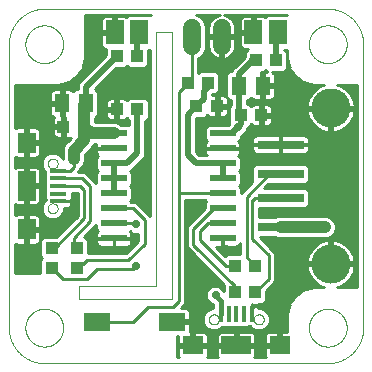
<source format=gtl>
G75*
%MOIN*%
%OFA0B0*%
%FSLAX25Y25*%
%IPPOS*%
%LPD*%
%AMOC8*
5,1,8,0,0,1.08239X$1,22.5*
%
%ADD10C,0.00000*%
%ADD11R,0.05118X0.06299*%
%ADD12R,0.04134X0.04252*%
%ADD13R,0.08661X0.02362*%
%ADD14R,0.06000X0.08000*%
%ADD15R,0.03937X0.04331*%
%ADD16R,0.04331X0.03937*%
%ADD17R,0.05512X0.01575*%
%ADD18R,0.05906X0.07087*%
%ADD19R,0.05906X0.09843*%
%ADD20R,0.01575X0.05512*%
%ADD21R,0.07087X0.05906*%
%ADD22R,0.09843X0.05906*%
%ADD23R,0.09055X0.06299*%
%ADD24C,0.05906*%
%ADD25C,0.13055*%
%ADD26R,0.15748X0.03150*%
%ADD27C,0.01000*%
%ADD28OC8,0.03762*%
%ADD29OC8,0.02700*%
%ADD30C,0.01200*%
%ADD31C,0.01969*%
%ADD32C,0.03937*%
%ADD33C,0.01600*%
%ADD34C,0.00984*%
D10*
X0054181Y0045967D02*
X0054181Y0140455D01*
X0059693Y0140455D02*
X0059695Y0140613D01*
X0059701Y0140771D01*
X0059711Y0140929D01*
X0059725Y0141087D01*
X0059743Y0141244D01*
X0059764Y0141401D01*
X0059790Y0141557D01*
X0059820Y0141713D01*
X0059853Y0141868D01*
X0059891Y0142021D01*
X0059932Y0142174D01*
X0059977Y0142326D01*
X0060026Y0142477D01*
X0060079Y0142626D01*
X0060135Y0142774D01*
X0060195Y0142920D01*
X0060259Y0143065D01*
X0060327Y0143208D01*
X0060398Y0143350D01*
X0060472Y0143490D01*
X0060550Y0143627D01*
X0060632Y0143763D01*
X0060716Y0143897D01*
X0060805Y0144028D01*
X0060896Y0144157D01*
X0060991Y0144284D01*
X0061088Y0144409D01*
X0061189Y0144531D01*
X0061293Y0144650D01*
X0061400Y0144767D01*
X0061510Y0144881D01*
X0061623Y0144992D01*
X0061738Y0145101D01*
X0061856Y0145206D01*
X0061977Y0145308D01*
X0062100Y0145408D01*
X0062226Y0145504D01*
X0062354Y0145597D01*
X0062484Y0145687D01*
X0062617Y0145773D01*
X0062752Y0145857D01*
X0062888Y0145936D01*
X0063027Y0146013D01*
X0063168Y0146085D01*
X0063310Y0146155D01*
X0063454Y0146220D01*
X0063600Y0146282D01*
X0063747Y0146340D01*
X0063896Y0146395D01*
X0064046Y0146446D01*
X0064197Y0146493D01*
X0064349Y0146536D01*
X0064502Y0146575D01*
X0064657Y0146611D01*
X0064812Y0146642D01*
X0064968Y0146670D01*
X0065124Y0146694D01*
X0065281Y0146714D01*
X0065439Y0146730D01*
X0065596Y0146742D01*
X0065755Y0146750D01*
X0065913Y0146754D01*
X0066071Y0146754D01*
X0066229Y0146750D01*
X0066388Y0146742D01*
X0066545Y0146730D01*
X0066703Y0146714D01*
X0066860Y0146694D01*
X0067016Y0146670D01*
X0067172Y0146642D01*
X0067327Y0146611D01*
X0067482Y0146575D01*
X0067635Y0146536D01*
X0067787Y0146493D01*
X0067938Y0146446D01*
X0068088Y0146395D01*
X0068237Y0146340D01*
X0068384Y0146282D01*
X0068530Y0146220D01*
X0068674Y0146155D01*
X0068816Y0146085D01*
X0068957Y0146013D01*
X0069096Y0145936D01*
X0069232Y0145857D01*
X0069367Y0145773D01*
X0069500Y0145687D01*
X0069630Y0145597D01*
X0069758Y0145504D01*
X0069884Y0145408D01*
X0070007Y0145308D01*
X0070128Y0145206D01*
X0070246Y0145101D01*
X0070361Y0144992D01*
X0070474Y0144881D01*
X0070584Y0144767D01*
X0070691Y0144650D01*
X0070795Y0144531D01*
X0070896Y0144409D01*
X0070993Y0144284D01*
X0071088Y0144157D01*
X0071179Y0144028D01*
X0071268Y0143897D01*
X0071352Y0143763D01*
X0071434Y0143627D01*
X0071512Y0143490D01*
X0071586Y0143350D01*
X0071657Y0143208D01*
X0071725Y0143065D01*
X0071789Y0142920D01*
X0071849Y0142774D01*
X0071905Y0142626D01*
X0071958Y0142477D01*
X0072007Y0142326D01*
X0072052Y0142174D01*
X0072093Y0142021D01*
X0072131Y0141868D01*
X0072164Y0141713D01*
X0072194Y0141557D01*
X0072220Y0141401D01*
X0072241Y0141244D01*
X0072259Y0141087D01*
X0072273Y0140929D01*
X0072283Y0140771D01*
X0072289Y0140613D01*
X0072291Y0140455D01*
X0072289Y0140297D01*
X0072283Y0140139D01*
X0072273Y0139981D01*
X0072259Y0139823D01*
X0072241Y0139666D01*
X0072220Y0139509D01*
X0072194Y0139353D01*
X0072164Y0139197D01*
X0072131Y0139042D01*
X0072093Y0138889D01*
X0072052Y0138736D01*
X0072007Y0138584D01*
X0071958Y0138433D01*
X0071905Y0138284D01*
X0071849Y0138136D01*
X0071789Y0137990D01*
X0071725Y0137845D01*
X0071657Y0137702D01*
X0071586Y0137560D01*
X0071512Y0137420D01*
X0071434Y0137283D01*
X0071352Y0137147D01*
X0071268Y0137013D01*
X0071179Y0136882D01*
X0071088Y0136753D01*
X0070993Y0136626D01*
X0070896Y0136501D01*
X0070795Y0136379D01*
X0070691Y0136260D01*
X0070584Y0136143D01*
X0070474Y0136029D01*
X0070361Y0135918D01*
X0070246Y0135809D01*
X0070128Y0135704D01*
X0070007Y0135602D01*
X0069884Y0135502D01*
X0069758Y0135406D01*
X0069630Y0135313D01*
X0069500Y0135223D01*
X0069367Y0135137D01*
X0069232Y0135053D01*
X0069096Y0134974D01*
X0068957Y0134897D01*
X0068816Y0134825D01*
X0068674Y0134755D01*
X0068530Y0134690D01*
X0068384Y0134628D01*
X0068237Y0134570D01*
X0068088Y0134515D01*
X0067938Y0134464D01*
X0067787Y0134417D01*
X0067635Y0134374D01*
X0067482Y0134335D01*
X0067327Y0134299D01*
X0067172Y0134268D01*
X0067016Y0134240D01*
X0066860Y0134216D01*
X0066703Y0134196D01*
X0066545Y0134180D01*
X0066388Y0134168D01*
X0066229Y0134160D01*
X0066071Y0134156D01*
X0065913Y0134156D01*
X0065755Y0134160D01*
X0065596Y0134168D01*
X0065439Y0134180D01*
X0065281Y0134196D01*
X0065124Y0134216D01*
X0064968Y0134240D01*
X0064812Y0134268D01*
X0064657Y0134299D01*
X0064502Y0134335D01*
X0064349Y0134374D01*
X0064197Y0134417D01*
X0064046Y0134464D01*
X0063896Y0134515D01*
X0063747Y0134570D01*
X0063600Y0134628D01*
X0063454Y0134690D01*
X0063310Y0134755D01*
X0063168Y0134825D01*
X0063027Y0134897D01*
X0062888Y0134974D01*
X0062752Y0135053D01*
X0062617Y0135137D01*
X0062484Y0135223D01*
X0062354Y0135313D01*
X0062226Y0135406D01*
X0062100Y0135502D01*
X0061977Y0135602D01*
X0061856Y0135704D01*
X0061738Y0135809D01*
X0061623Y0135918D01*
X0061510Y0136029D01*
X0061400Y0136143D01*
X0061293Y0136260D01*
X0061189Y0136379D01*
X0061088Y0136501D01*
X0060991Y0136626D01*
X0060896Y0136753D01*
X0060805Y0136882D01*
X0060716Y0137013D01*
X0060632Y0137147D01*
X0060550Y0137283D01*
X0060472Y0137420D01*
X0060398Y0137560D01*
X0060327Y0137702D01*
X0060259Y0137845D01*
X0060195Y0137990D01*
X0060135Y0138136D01*
X0060079Y0138284D01*
X0060026Y0138433D01*
X0059977Y0138584D01*
X0059932Y0138736D01*
X0059891Y0138889D01*
X0059853Y0139042D01*
X0059820Y0139197D01*
X0059790Y0139353D01*
X0059764Y0139509D01*
X0059743Y0139666D01*
X0059725Y0139823D01*
X0059711Y0139981D01*
X0059701Y0140139D01*
X0059695Y0140297D01*
X0059693Y0140455D01*
X0054181Y0140455D02*
X0054184Y0140740D01*
X0054195Y0141026D01*
X0054212Y0141311D01*
X0054236Y0141595D01*
X0054267Y0141879D01*
X0054305Y0142162D01*
X0054350Y0142443D01*
X0054401Y0142724D01*
X0054459Y0143004D01*
X0054524Y0143282D01*
X0054596Y0143558D01*
X0054674Y0143832D01*
X0054759Y0144105D01*
X0054851Y0144375D01*
X0054949Y0144643D01*
X0055053Y0144909D01*
X0055164Y0145172D01*
X0055281Y0145432D01*
X0055404Y0145690D01*
X0055534Y0145944D01*
X0055670Y0146195D01*
X0055811Y0146443D01*
X0055959Y0146687D01*
X0056112Y0146928D01*
X0056272Y0147164D01*
X0056437Y0147397D01*
X0056607Y0147626D01*
X0056783Y0147851D01*
X0056965Y0148071D01*
X0057151Y0148287D01*
X0057343Y0148498D01*
X0057540Y0148705D01*
X0057742Y0148907D01*
X0057949Y0149104D01*
X0058160Y0149296D01*
X0058376Y0149482D01*
X0058596Y0149664D01*
X0058821Y0149840D01*
X0059050Y0150010D01*
X0059283Y0150175D01*
X0059519Y0150335D01*
X0059760Y0150488D01*
X0060004Y0150636D01*
X0060252Y0150777D01*
X0060503Y0150913D01*
X0060757Y0151043D01*
X0061015Y0151166D01*
X0061275Y0151283D01*
X0061538Y0151394D01*
X0061804Y0151498D01*
X0062072Y0151596D01*
X0062342Y0151688D01*
X0062615Y0151773D01*
X0062889Y0151851D01*
X0063165Y0151923D01*
X0063443Y0151988D01*
X0063723Y0152046D01*
X0064004Y0152097D01*
X0064285Y0152142D01*
X0064568Y0152180D01*
X0064852Y0152211D01*
X0065136Y0152235D01*
X0065421Y0152252D01*
X0065707Y0152263D01*
X0065992Y0152266D01*
X0160480Y0152266D01*
X0154181Y0140455D02*
X0154183Y0140613D01*
X0154189Y0140771D01*
X0154199Y0140929D01*
X0154213Y0141087D01*
X0154231Y0141244D01*
X0154252Y0141401D01*
X0154278Y0141557D01*
X0154308Y0141713D01*
X0154341Y0141868D01*
X0154379Y0142021D01*
X0154420Y0142174D01*
X0154465Y0142326D01*
X0154514Y0142477D01*
X0154567Y0142626D01*
X0154623Y0142774D01*
X0154683Y0142920D01*
X0154747Y0143065D01*
X0154815Y0143208D01*
X0154886Y0143350D01*
X0154960Y0143490D01*
X0155038Y0143627D01*
X0155120Y0143763D01*
X0155204Y0143897D01*
X0155293Y0144028D01*
X0155384Y0144157D01*
X0155479Y0144284D01*
X0155576Y0144409D01*
X0155677Y0144531D01*
X0155781Y0144650D01*
X0155888Y0144767D01*
X0155998Y0144881D01*
X0156111Y0144992D01*
X0156226Y0145101D01*
X0156344Y0145206D01*
X0156465Y0145308D01*
X0156588Y0145408D01*
X0156714Y0145504D01*
X0156842Y0145597D01*
X0156972Y0145687D01*
X0157105Y0145773D01*
X0157240Y0145857D01*
X0157376Y0145936D01*
X0157515Y0146013D01*
X0157656Y0146085D01*
X0157798Y0146155D01*
X0157942Y0146220D01*
X0158088Y0146282D01*
X0158235Y0146340D01*
X0158384Y0146395D01*
X0158534Y0146446D01*
X0158685Y0146493D01*
X0158837Y0146536D01*
X0158990Y0146575D01*
X0159145Y0146611D01*
X0159300Y0146642D01*
X0159456Y0146670D01*
X0159612Y0146694D01*
X0159769Y0146714D01*
X0159927Y0146730D01*
X0160084Y0146742D01*
X0160243Y0146750D01*
X0160401Y0146754D01*
X0160559Y0146754D01*
X0160717Y0146750D01*
X0160876Y0146742D01*
X0161033Y0146730D01*
X0161191Y0146714D01*
X0161348Y0146694D01*
X0161504Y0146670D01*
X0161660Y0146642D01*
X0161815Y0146611D01*
X0161970Y0146575D01*
X0162123Y0146536D01*
X0162275Y0146493D01*
X0162426Y0146446D01*
X0162576Y0146395D01*
X0162725Y0146340D01*
X0162872Y0146282D01*
X0163018Y0146220D01*
X0163162Y0146155D01*
X0163304Y0146085D01*
X0163445Y0146013D01*
X0163584Y0145936D01*
X0163720Y0145857D01*
X0163855Y0145773D01*
X0163988Y0145687D01*
X0164118Y0145597D01*
X0164246Y0145504D01*
X0164372Y0145408D01*
X0164495Y0145308D01*
X0164616Y0145206D01*
X0164734Y0145101D01*
X0164849Y0144992D01*
X0164962Y0144881D01*
X0165072Y0144767D01*
X0165179Y0144650D01*
X0165283Y0144531D01*
X0165384Y0144409D01*
X0165481Y0144284D01*
X0165576Y0144157D01*
X0165667Y0144028D01*
X0165756Y0143897D01*
X0165840Y0143763D01*
X0165922Y0143627D01*
X0166000Y0143490D01*
X0166074Y0143350D01*
X0166145Y0143208D01*
X0166213Y0143065D01*
X0166277Y0142920D01*
X0166337Y0142774D01*
X0166393Y0142626D01*
X0166446Y0142477D01*
X0166495Y0142326D01*
X0166540Y0142174D01*
X0166581Y0142021D01*
X0166619Y0141868D01*
X0166652Y0141713D01*
X0166682Y0141557D01*
X0166708Y0141401D01*
X0166729Y0141244D01*
X0166747Y0141087D01*
X0166761Y0140929D01*
X0166771Y0140771D01*
X0166777Y0140613D01*
X0166779Y0140455D01*
X0166777Y0140297D01*
X0166771Y0140139D01*
X0166761Y0139981D01*
X0166747Y0139823D01*
X0166729Y0139666D01*
X0166708Y0139509D01*
X0166682Y0139353D01*
X0166652Y0139197D01*
X0166619Y0139042D01*
X0166581Y0138889D01*
X0166540Y0138736D01*
X0166495Y0138584D01*
X0166446Y0138433D01*
X0166393Y0138284D01*
X0166337Y0138136D01*
X0166277Y0137990D01*
X0166213Y0137845D01*
X0166145Y0137702D01*
X0166074Y0137560D01*
X0166000Y0137420D01*
X0165922Y0137283D01*
X0165840Y0137147D01*
X0165756Y0137013D01*
X0165667Y0136882D01*
X0165576Y0136753D01*
X0165481Y0136626D01*
X0165384Y0136501D01*
X0165283Y0136379D01*
X0165179Y0136260D01*
X0165072Y0136143D01*
X0164962Y0136029D01*
X0164849Y0135918D01*
X0164734Y0135809D01*
X0164616Y0135704D01*
X0164495Y0135602D01*
X0164372Y0135502D01*
X0164246Y0135406D01*
X0164118Y0135313D01*
X0163988Y0135223D01*
X0163855Y0135137D01*
X0163720Y0135053D01*
X0163584Y0134974D01*
X0163445Y0134897D01*
X0163304Y0134825D01*
X0163162Y0134755D01*
X0163018Y0134690D01*
X0162872Y0134628D01*
X0162725Y0134570D01*
X0162576Y0134515D01*
X0162426Y0134464D01*
X0162275Y0134417D01*
X0162123Y0134374D01*
X0161970Y0134335D01*
X0161815Y0134299D01*
X0161660Y0134268D01*
X0161504Y0134240D01*
X0161348Y0134216D01*
X0161191Y0134196D01*
X0161033Y0134180D01*
X0160876Y0134168D01*
X0160717Y0134160D01*
X0160559Y0134156D01*
X0160401Y0134156D01*
X0160243Y0134160D01*
X0160084Y0134168D01*
X0159927Y0134180D01*
X0159769Y0134196D01*
X0159612Y0134216D01*
X0159456Y0134240D01*
X0159300Y0134268D01*
X0159145Y0134299D01*
X0158990Y0134335D01*
X0158837Y0134374D01*
X0158685Y0134417D01*
X0158534Y0134464D01*
X0158384Y0134515D01*
X0158235Y0134570D01*
X0158088Y0134628D01*
X0157942Y0134690D01*
X0157798Y0134755D01*
X0157656Y0134825D01*
X0157515Y0134897D01*
X0157376Y0134974D01*
X0157240Y0135053D01*
X0157105Y0135137D01*
X0156972Y0135223D01*
X0156842Y0135313D01*
X0156714Y0135406D01*
X0156588Y0135502D01*
X0156465Y0135602D01*
X0156344Y0135704D01*
X0156226Y0135809D01*
X0156111Y0135918D01*
X0155998Y0136029D01*
X0155888Y0136143D01*
X0155781Y0136260D01*
X0155677Y0136379D01*
X0155576Y0136501D01*
X0155479Y0136626D01*
X0155384Y0136753D01*
X0155293Y0136882D01*
X0155204Y0137013D01*
X0155120Y0137147D01*
X0155038Y0137283D01*
X0154960Y0137420D01*
X0154886Y0137560D01*
X0154815Y0137702D01*
X0154747Y0137845D01*
X0154683Y0137990D01*
X0154623Y0138136D01*
X0154567Y0138284D01*
X0154514Y0138433D01*
X0154465Y0138584D01*
X0154420Y0138736D01*
X0154379Y0138889D01*
X0154341Y0139042D01*
X0154308Y0139197D01*
X0154278Y0139353D01*
X0154252Y0139509D01*
X0154231Y0139666D01*
X0154213Y0139823D01*
X0154199Y0139981D01*
X0154189Y0140139D01*
X0154183Y0140297D01*
X0154181Y0140455D01*
X0160480Y0152266D02*
X0160765Y0152263D01*
X0161051Y0152252D01*
X0161336Y0152235D01*
X0161620Y0152211D01*
X0161904Y0152180D01*
X0162187Y0152142D01*
X0162468Y0152097D01*
X0162749Y0152046D01*
X0163029Y0151988D01*
X0163307Y0151923D01*
X0163583Y0151851D01*
X0163857Y0151773D01*
X0164130Y0151688D01*
X0164400Y0151596D01*
X0164668Y0151498D01*
X0164934Y0151394D01*
X0165197Y0151283D01*
X0165457Y0151166D01*
X0165715Y0151043D01*
X0165969Y0150913D01*
X0166220Y0150777D01*
X0166468Y0150636D01*
X0166712Y0150488D01*
X0166953Y0150335D01*
X0167189Y0150175D01*
X0167422Y0150010D01*
X0167651Y0149840D01*
X0167876Y0149664D01*
X0168096Y0149482D01*
X0168312Y0149296D01*
X0168523Y0149104D01*
X0168730Y0148907D01*
X0168932Y0148705D01*
X0169129Y0148498D01*
X0169321Y0148287D01*
X0169507Y0148071D01*
X0169689Y0147851D01*
X0169865Y0147626D01*
X0170035Y0147397D01*
X0170200Y0147164D01*
X0170360Y0146928D01*
X0170513Y0146687D01*
X0170661Y0146443D01*
X0170802Y0146195D01*
X0170938Y0145944D01*
X0171068Y0145690D01*
X0171191Y0145432D01*
X0171308Y0145172D01*
X0171419Y0144909D01*
X0171523Y0144643D01*
X0171621Y0144375D01*
X0171713Y0144105D01*
X0171798Y0143832D01*
X0171876Y0143558D01*
X0171948Y0143282D01*
X0172013Y0143004D01*
X0172071Y0142724D01*
X0172122Y0142443D01*
X0172167Y0142162D01*
X0172205Y0141879D01*
X0172236Y0141595D01*
X0172260Y0141311D01*
X0172277Y0141026D01*
X0172288Y0140740D01*
X0172291Y0140455D01*
X0172291Y0045967D01*
X0154181Y0045967D02*
X0154183Y0046125D01*
X0154189Y0046283D01*
X0154199Y0046441D01*
X0154213Y0046599D01*
X0154231Y0046756D01*
X0154252Y0046913D01*
X0154278Y0047069D01*
X0154308Y0047225D01*
X0154341Y0047380D01*
X0154379Y0047533D01*
X0154420Y0047686D01*
X0154465Y0047838D01*
X0154514Y0047989D01*
X0154567Y0048138D01*
X0154623Y0048286D01*
X0154683Y0048432D01*
X0154747Y0048577D01*
X0154815Y0048720D01*
X0154886Y0048862D01*
X0154960Y0049002D01*
X0155038Y0049139D01*
X0155120Y0049275D01*
X0155204Y0049409D01*
X0155293Y0049540D01*
X0155384Y0049669D01*
X0155479Y0049796D01*
X0155576Y0049921D01*
X0155677Y0050043D01*
X0155781Y0050162D01*
X0155888Y0050279D01*
X0155998Y0050393D01*
X0156111Y0050504D01*
X0156226Y0050613D01*
X0156344Y0050718D01*
X0156465Y0050820D01*
X0156588Y0050920D01*
X0156714Y0051016D01*
X0156842Y0051109D01*
X0156972Y0051199D01*
X0157105Y0051285D01*
X0157240Y0051369D01*
X0157376Y0051448D01*
X0157515Y0051525D01*
X0157656Y0051597D01*
X0157798Y0051667D01*
X0157942Y0051732D01*
X0158088Y0051794D01*
X0158235Y0051852D01*
X0158384Y0051907D01*
X0158534Y0051958D01*
X0158685Y0052005D01*
X0158837Y0052048D01*
X0158990Y0052087D01*
X0159145Y0052123D01*
X0159300Y0052154D01*
X0159456Y0052182D01*
X0159612Y0052206D01*
X0159769Y0052226D01*
X0159927Y0052242D01*
X0160084Y0052254D01*
X0160243Y0052262D01*
X0160401Y0052266D01*
X0160559Y0052266D01*
X0160717Y0052262D01*
X0160876Y0052254D01*
X0161033Y0052242D01*
X0161191Y0052226D01*
X0161348Y0052206D01*
X0161504Y0052182D01*
X0161660Y0052154D01*
X0161815Y0052123D01*
X0161970Y0052087D01*
X0162123Y0052048D01*
X0162275Y0052005D01*
X0162426Y0051958D01*
X0162576Y0051907D01*
X0162725Y0051852D01*
X0162872Y0051794D01*
X0163018Y0051732D01*
X0163162Y0051667D01*
X0163304Y0051597D01*
X0163445Y0051525D01*
X0163584Y0051448D01*
X0163720Y0051369D01*
X0163855Y0051285D01*
X0163988Y0051199D01*
X0164118Y0051109D01*
X0164246Y0051016D01*
X0164372Y0050920D01*
X0164495Y0050820D01*
X0164616Y0050718D01*
X0164734Y0050613D01*
X0164849Y0050504D01*
X0164962Y0050393D01*
X0165072Y0050279D01*
X0165179Y0050162D01*
X0165283Y0050043D01*
X0165384Y0049921D01*
X0165481Y0049796D01*
X0165576Y0049669D01*
X0165667Y0049540D01*
X0165756Y0049409D01*
X0165840Y0049275D01*
X0165922Y0049139D01*
X0166000Y0049002D01*
X0166074Y0048862D01*
X0166145Y0048720D01*
X0166213Y0048577D01*
X0166277Y0048432D01*
X0166337Y0048286D01*
X0166393Y0048138D01*
X0166446Y0047989D01*
X0166495Y0047838D01*
X0166540Y0047686D01*
X0166581Y0047533D01*
X0166619Y0047380D01*
X0166652Y0047225D01*
X0166682Y0047069D01*
X0166708Y0046913D01*
X0166729Y0046756D01*
X0166747Y0046599D01*
X0166761Y0046441D01*
X0166771Y0046283D01*
X0166777Y0046125D01*
X0166779Y0045967D01*
X0166777Y0045809D01*
X0166771Y0045651D01*
X0166761Y0045493D01*
X0166747Y0045335D01*
X0166729Y0045178D01*
X0166708Y0045021D01*
X0166682Y0044865D01*
X0166652Y0044709D01*
X0166619Y0044554D01*
X0166581Y0044401D01*
X0166540Y0044248D01*
X0166495Y0044096D01*
X0166446Y0043945D01*
X0166393Y0043796D01*
X0166337Y0043648D01*
X0166277Y0043502D01*
X0166213Y0043357D01*
X0166145Y0043214D01*
X0166074Y0043072D01*
X0166000Y0042932D01*
X0165922Y0042795D01*
X0165840Y0042659D01*
X0165756Y0042525D01*
X0165667Y0042394D01*
X0165576Y0042265D01*
X0165481Y0042138D01*
X0165384Y0042013D01*
X0165283Y0041891D01*
X0165179Y0041772D01*
X0165072Y0041655D01*
X0164962Y0041541D01*
X0164849Y0041430D01*
X0164734Y0041321D01*
X0164616Y0041216D01*
X0164495Y0041114D01*
X0164372Y0041014D01*
X0164246Y0040918D01*
X0164118Y0040825D01*
X0163988Y0040735D01*
X0163855Y0040649D01*
X0163720Y0040565D01*
X0163584Y0040486D01*
X0163445Y0040409D01*
X0163304Y0040337D01*
X0163162Y0040267D01*
X0163018Y0040202D01*
X0162872Y0040140D01*
X0162725Y0040082D01*
X0162576Y0040027D01*
X0162426Y0039976D01*
X0162275Y0039929D01*
X0162123Y0039886D01*
X0161970Y0039847D01*
X0161815Y0039811D01*
X0161660Y0039780D01*
X0161504Y0039752D01*
X0161348Y0039728D01*
X0161191Y0039708D01*
X0161033Y0039692D01*
X0160876Y0039680D01*
X0160717Y0039672D01*
X0160559Y0039668D01*
X0160401Y0039668D01*
X0160243Y0039672D01*
X0160084Y0039680D01*
X0159927Y0039692D01*
X0159769Y0039708D01*
X0159612Y0039728D01*
X0159456Y0039752D01*
X0159300Y0039780D01*
X0159145Y0039811D01*
X0158990Y0039847D01*
X0158837Y0039886D01*
X0158685Y0039929D01*
X0158534Y0039976D01*
X0158384Y0040027D01*
X0158235Y0040082D01*
X0158088Y0040140D01*
X0157942Y0040202D01*
X0157798Y0040267D01*
X0157656Y0040337D01*
X0157515Y0040409D01*
X0157376Y0040486D01*
X0157240Y0040565D01*
X0157105Y0040649D01*
X0156972Y0040735D01*
X0156842Y0040825D01*
X0156714Y0040918D01*
X0156588Y0041014D01*
X0156465Y0041114D01*
X0156344Y0041216D01*
X0156226Y0041321D01*
X0156111Y0041430D01*
X0155998Y0041541D01*
X0155888Y0041655D01*
X0155781Y0041772D01*
X0155677Y0041891D01*
X0155576Y0042013D01*
X0155479Y0042138D01*
X0155384Y0042265D01*
X0155293Y0042394D01*
X0155204Y0042525D01*
X0155120Y0042659D01*
X0155038Y0042795D01*
X0154960Y0042932D01*
X0154886Y0043072D01*
X0154815Y0043214D01*
X0154747Y0043357D01*
X0154683Y0043502D01*
X0154623Y0043648D01*
X0154567Y0043796D01*
X0154514Y0043945D01*
X0154465Y0044096D01*
X0154420Y0044248D01*
X0154379Y0044401D01*
X0154341Y0044554D01*
X0154308Y0044709D01*
X0154278Y0044865D01*
X0154252Y0045021D01*
X0154231Y0045178D01*
X0154213Y0045335D01*
X0154199Y0045493D01*
X0154189Y0045651D01*
X0154183Y0045809D01*
X0154181Y0045967D01*
X0160480Y0034156D02*
X0160765Y0034159D01*
X0161051Y0034170D01*
X0161336Y0034187D01*
X0161620Y0034211D01*
X0161904Y0034242D01*
X0162187Y0034280D01*
X0162468Y0034325D01*
X0162749Y0034376D01*
X0163029Y0034434D01*
X0163307Y0034499D01*
X0163583Y0034571D01*
X0163857Y0034649D01*
X0164130Y0034734D01*
X0164400Y0034826D01*
X0164668Y0034924D01*
X0164934Y0035028D01*
X0165197Y0035139D01*
X0165457Y0035256D01*
X0165715Y0035379D01*
X0165969Y0035509D01*
X0166220Y0035645D01*
X0166468Y0035786D01*
X0166712Y0035934D01*
X0166953Y0036087D01*
X0167189Y0036247D01*
X0167422Y0036412D01*
X0167651Y0036582D01*
X0167876Y0036758D01*
X0168096Y0036940D01*
X0168312Y0037126D01*
X0168523Y0037318D01*
X0168730Y0037515D01*
X0168932Y0037717D01*
X0169129Y0037924D01*
X0169321Y0038135D01*
X0169507Y0038351D01*
X0169689Y0038571D01*
X0169865Y0038796D01*
X0170035Y0039025D01*
X0170200Y0039258D01*
X0170360Y0039494D01*
X0170513Y0039735D01*
X0170661Y0039979D01*
X0170802Y0040227D01*
X0170938Y0040478D01*
X0171068Y0040732D01*
X0171191Y0040990D01*
X0171308Y0041250D01*
X0171419Y0041513D01*
X0171523Y0041779D01*
X0171621Y0042047D01*
X0171713Y0042317D01*
X0171798Y0042590D01*
X0171876Y0042864D01*
X0171948Y0043140D01*
X0172013Y0043418D01*
X0172071Y0043698D01*
X0172122Y0043979D01*
X0172167Y0044260D01*
X0172205Y0044543D01*
X0172236Y0044827D01*
X0172260Y0045111D01*
X0172277Y0045396D01*
X0172288Y0045682D01*
X0172291Y0045967D01*
X0160480Y0034156D02*
X0065992Y0034156D01*
X0059693Y0045967D02*
X0059695Y0046125D01*
X0059701Y0046283D01*
X0059711Y0046441D01*
X0059725Y0046599D01*
X0059743Y0046756D01*
X0059764Y0046913D01*
X0059790Y0047069D01*
X0059820Y0047225D01*
X0059853Y0047380D01*
X0059891Y0047533D01*
X0059932Y0047686D01*
X0059977Y0047838D01*
X0060026Y0047989D01*
X0060079Y0048138D01*
X0060135Y0048286D01*
X0060195Y0048432D01*
X0060259Y0048577D01*
X0060327Y0048720D01*
X0060398Y0048862D01*
X0060472Y0049002D01*
X0060550Y0049139D01*
X0060632Y0049275D01*
X0060716Y0049409D01*
X0060805Y0049540D01*
X0060896Y0049669D01*
X0060991Y0049796D01*
X0061088Y0049921D01*
X0061189Y0050043D01*
X0061293Y0050162D01*
X0061400Y0050279D01*
X0061510Y0050393D01*
X0061623Y0050504D01*
X0061738Y0050613D01*
X0061856Y0050718D01*
X0061977Y0050820D01*
X0062100Y0050920D01*
X0062226Y0051016D01*
X0062354Y0051109D01*
X0062484Y0051199D01*
X0062617Y0051285D01*
X0062752Y0051369D01*
X0062888Y0051448D01*
X0063027Y0051525D01*
X0063168Y0051597D01*
X0063310Y0051667D01*
X0063454Y0051732D01*
X0063600Y0051794D01*
X0063747Y0051852D01*
X0063896Y0051907D01*
X0064046Y0051958D01*
X0064197Y0052005D01*
X0064349Y0052048D01*
X0064502Y0052087D01*
X0064657Y0052123D01*
X0064812Y0052154D01*
X0064968Y0052182D01*
X0065124Y0052206D01*
X0065281Y0052226D01*
X0065439Y0052242D01*
X0065596Y0052254D01*
X0065755Y0052262D01*
X0065913Y0052266D01*
X0066071Y0052266D01*
X0066229Y0052262D01*
X0066388Y0052254D01*
X0066545Y0052242D01*
X0066703Y0052226D01*
X0066860Y0052206D01*
X0067016Y0052182D01*
X0067172Y0052154D01*
X0067327Y0052123D01*
X0067482Y0052087D01*
X0067635Y0052048D01*
X0067787Y0052005D01*
X0067938Y0051958D01*
X0068088Y0051907D01*
X0068237Y0051852D01*
X0068384Y0051794D01*
X0068530Y0051732D01*
X0068674Y0051667D01*
X0068816Y0051597D01*
X0068957Y0051525D01*
X0069096Y0051448D01*
X0069232Y0051369D01*
X0069367Y0051285D01*
X0069500Y0051199D01*
X0069630Y0051109D01*
X0069758Y0051016D01*
X0069884Y0050920D01*
X0070007Y0050820D01*
X0070128Y0050718D01*
X0070246Y0050613D01*
X0070361Y0050504D01*
X0070474Y0050393D01*
X0070584Y0050279D01*
X0070691Y0050162D01*
X0070795Y0050043D01*
X0070896Y0049921D01*
X0070993Y0049796D01*
X0071088Y0049669D01*
X0071179Y0049540D01*
X0071268Y0049409D01*
X0071352Y0049275D01*
X0071434Y0049139D01*
X0071512Y0049002D01*
X0071586Y0048862D01*
X0071657Y0048720D01*
X0071725Y0048577D01*
X0071789Y0048432D01*
X0071849Y0048286D01*
X0071905Y0048138D01*
X0071958Y0047989D01*
X0072007Y0047838D01*
X0072052Y0047686D01*
X0072093Y0047533D01*
X0072131Y0047380D01*
X0072164Y0047225D01*
X0072194Y0047069D01*
X0072220Y0046913D01*
X0072241Y0046756D01*
X0072259Y0046599D01*
X0072273Y0046441D01*
X0072283Y0046283D01*
X0072289Y0046125D01*
X0072291Y0045967D01*
X0072289Y0045809D01*
X0072283Y0045651D01*
X0072273Y0045493D01*
X0072259Y0045335D01*
X0072241Y0045178D01*
X0072220Y0045021D01*
X0072194Y0044865D01*
X0072164Y0044709D01*
X0072131Y0044554D01*
X0072093Y0044401D01*
X0072052Y0044248D01*
X0072007Y0044096D01*
X0071958Y0043945D01*
X0071905Y0043796D01*
X0071849Y0043648D01*
X0071789Y0043502D01*
X0071725Y0043357D01*
X0071657Y0043214D01*
X0071586Y0043072D01*
X0071512Y0042932D01*
X0071434Y0042795D01*
X0071352Y0042659D01*
X0071268Y0042525D01*
X0071179Y0042394D01*
X0071088Y0042265D01*
X0070993Y0042138D01*
X0070896Y0042013D01*
X0070795Y0041891D01*
X0070691Y0041772D01*
X0070584Y0041655D01*
X0070474Y0041541D01*
X0070361Y0041430D01*
X0070246Y0041321D01*
X0070128Y0041216D01*
X0070007Y0041114D01*
X0069884Y0041014D01*
X0069758Y0040918D01*
X0069630Y0040825D01*
X0069500Y0040735D01*
X0069367Y0040649D01*
X0069232Y0040565D01*
X0069096Y0040486D01*
X0068957Y0040409D01*
X0068816Y0040337D01*
X0068674Y0040267D01*
X0068530Y0040202D01*
X0068384Y0040140D01*
X0068237Y0040082D01*
X0068088Y0040027D01*
X0067938Y0039976D01*
X0067787Y0039929D01*
X0067635Y0039886D01*
X0067482Y0039847D01*
X0067327Y0039811D01*
X0067172Y0039780D01*
X0067016Y0039752D01*
X0066860Y0039728D01*
X0066703Y0039708D01*
X0066545Y0039692D01*
X0066388Y0039680D01*
X0066229Y0039672D01*
X0066071Y0039668D01*
X0065913Y0039668D01*
X0065755Y0039672D01*
X0065596Y0039680D01*
X0065439Y0039692D01*
X0065281Y0039708D01*
X0065124Y0039728D01*
X0064968Y0039752D01*
X0064812Y0039780D01*
X0064657Y0039811D01*
X0064502Y0039847D01*
X0064349Y0039886D01*
X0064197Y0039929D01*
X0064046Y0039976D01*
X0063896Y0040027D01*
X0063747Y0040082D01*
X0063600Y0040140D01*
X0063454Y0040202D01*
X0063310Y0040267D01*
X0063168Y0040337D01*
X0063027Y0040409D01*
X0062888Y0040486D01*
X0062752Y0040565D01*
X0062617Y0040649D01*
X0062484Y0040735D01*
X0062354Y0040825D01*
X0062226Y0040918D01*
X0062100Y0041014D01*
X0061977Y0041114D01*
X0061856Y0041216D01*
X0061738Y0041321D01*
X0061623Y0041430D01*
X0061510Y0041541D01*
X0061400Y0041655D01*
X0061293Y0041772D01*
X0061189Y0041891D01*
X0061088Y0042013D01*
X0060991Y0042138D01*
X0060896Y0042265D01*
X0060805Y0042394D01*
X0060716Y0042525D01*
X0060632Y0042659D01*
X0060550Y0042795D01*
X0060472Y0042932D01*
X0060398Y0043072D01*
X0060327Y0043214D01*
X0060259Y0043357D01*
X0060195Y0043502D01*
X0060135Y0043648D01*
X0060079Y0043796D01*
X0060026Y0043945D01*
X0059977Y0044096D01*
X0059932Y0044248D01*
X0059891Y0044401D01*
X0059853Y0044554D01*
X0059820Y0044709D01*
X0059790Y0044865D01*
X0059764Y0045021D01*
X0059743Y0045178D01*
X0059725Y0045335D01*
X0059711Y0045493D01*
X0059701Y0045651D01*
X0059695Y0045809D01*
X0059693Y0045967D01*
X0054181Y0045967D02*
X0054184Y0045682D01*
X0054195Y0045396D01*
X0054212Y0045111D01*
X0054236Y0044827D01*
X0054267Y0044543D01*
X0054305Y0044260D01*
X0054350Y0043979D01*
X0054401Y0043698D01*
X0054459Y0043418D01*
X0054524Y0043140D01*
X0054596Y0042864D01*
X0054674Y0042590D01*
X0054759Y0042317D01*
X0054851Y0042047D01*
X0054949Y0041779D01*
X0055053Y0041513D01*
X0055164Y0041250D01*
X0055281Y0040990D01*
X0055404Y0040732D01*
X0055534Y0040478D01*
X0055670Y0040227D01*
X0055811Y0039979D01*
X0055959Y0039735D01*
X0056112Y0039494D01*
X0056272Y0039258D01*
X0056437Y0039025D01*
X0056607Y0038796D01*
X0056783Y0038571D01*
X0056965Y0038351D01*
X0057151Y0038135D01*
X0057343Y0037924D01*
X0057540Y0037717D01*
X0057742Y0037515D01*
X0057949Y0037318D01*
X0058160Y0037126D01*
X0058376Y0036940D01*
X0058596Y0036758D01*
X0058821Y0036582D01*
X0059050Y0036412D01*
X0059283Y0036247D01*
X0059519Y0036087D01*
X0059760Y0035934D01*
X0060004Y0035786D01*
X0060252Y0035645D01*
X0060503Y0035509D01*
X0060757Y0035379D01*
X0061015Y0035256D01*
X0061275Y0035139D01*
X0061538Y0035028D01*
X0061804Y0034924D01*
X0062072Y0034826D01*
X0062342Y0034734D01*
X0062615Y0034649D01*
X0062889Y0034571D01*
X0063165Y0034499D01*
X0063443Y0034434D01*
X0063723Y0034376D01*
X0064004Y0034325D01*
X0064285Y0034280D01*
X0064568Y0034242D01*
X0064852Y0034211D01*
X0065136Y0034187D01*
X0065421Y0034170D01*
X0065707Y0034159D01*
X0065992Y0034156D01*
X0077409Y0055416D02*
X0077409Y0059944D01*
X0103197Y0059944D01*
X0103197Y0144589D01*
X0108512Y0144589D01*
X0108512Y0055416D01*
X0103197Y0055416D01*
X0077409Y0055416D01*
X0067075Y0085731D02*
X0067077Y0085812D01*
X0067083Y0085894D01*
X0067093Y0085975D01*
X0067107Y0086055D01*
X0067124Y0086134D01*
X0067146Y0086213D01*
X0067171Y0086290D01*
X0067200Y0086367D01*
X0067233Y0086441D01*
X0067270Y0086514D01*
X0067309Y0086585D01*
X0067353Y0086654D01*
X0067399Y0086721D01*
X0067449Y0086785D01*
X0067502Y0086847D01*
X0067558Y0086907D01*
X0067616Y0086963D01*
X0067678Y0087017D01*
X0067742Y0087068D01*
X0067808Y0087115D01*
X0067876Y0087159D01*
X0067947Y0087200D01*
X0068019Y0087237D01*
X0068094Y0087271D01*
X0068169Y0087301D01*
X0068247Y0087327D01*
X0068325Y0087350D01*
X0068404Y0087368D01*
X0068484Y0087383D01*
X0068565Y0087394D01*
X0068646Y0087401D01*
X0068728Y0087404D01*
X0068809Y0087403D01*
X0068890Y0087398D01*
X0068971Y0087389D01*
X0069052Y0087376D01*
X0069132Y0087359D01*
X0069210Y0087339D01*
X0069288Y0087314D01*
X0069365Y0087286D01*
X0069440Y0087254D01*
X0069513Y0087219D01*
X0069584Y0087180D01*
X0069654Y0087137D01*
X0069721Y0087092D01*
X0069787Y0087043D01*
X0069849Y0086991D01*
X0069909Y0086935D01*
X0069966Y0086877D01*
X0070021Y0086817D01*
X0070072Y0086753D01*
X0070120Y0086688D01*
X0070165Y0086620D01*
X0070207Y0086550D01*
X0070245Y0086478D01*
X0070280Y0086404D01*
X0070311Y0086329D01*
X0070338Y0086252D01*
X0070361Y0086174D01*
X0070381Y0086095D01*
X0070397Y0086015D01*
X0070409Y0085934D01*
X0070417Y0085853D01*
X0070421Y0085772D01*
X0070421Y0085690D01*
X0070417Y0085609D01*
X0070409Y0085528D01*
X0070397Y0085447D01*
X0070381Y0085367D01*
X0070361Y0085288D01*
X0070338Y0085210D01*
X0070311Y0085133D01*
X0070280Y0085058D01*
X0070245Y0084984D01*
X0070207Y0084912D01*
X0070165Y0084842D01*
X0070120Y0084774D01*
X0070072Y0084709D01*
X0070021Y0084645D01*
X0069966Y0084585D01*
X0069909Y0084527D01*
X0069849Y0084471D01*
X0069787Y0084419D01*
X0069721Y0084370D01*
X0069654Y0084325D01*
X0069585Y0084282D01*
X0069513Y0084243D01*
X0069440Y0084208D01*
X0069365Y0084176D01*
X0069288Y0084148D01*
X0069210Y0084123D01*
X0069132Y0084103D01*
X0069052Y0084086D01*
X0068971Y0084073D01*
X0068890Y0084064D01*
X0068809Y0084059D01*
X0068728Y0084058D01*
X0068646Y0084061D01*
X0068565Y0084068D01*
X0068484Y0084079D01*
X0068404Y0084094D01*
X0068325Y0084112D01*
X0068247Y0084135D01*
X0068169Y0084161D01*
X0068094Y0084191D01*
X0068019Y0084225D01*
X0067947Y0084262D01*
X0067876Y0084303D01*
X0067808Y0084347D01*
X0067742Y0084394D01*
X0067678Y0084445D01*
X0067616Y0084499D01*
X0067558Y0084555D01*
X0067502Y0084615D01*
X0067449Y0084677D01*
X0067399Y0084741D01*
X0067353Y0084808D01*
X0067309Y0084877D01*
X0067270Y0084948D01*
X0067233Y0085021D01*
X0067200Y0085095D01*
X0067171Y0085172D01*
X0067146Y0085249D01*
X0067124Y0085328D01*
X0067107Y0085407D01*
X0067093Y0085487D01*
X0067083Y0085568D01*
X0067077Y0085650D01*
X0067075Y0085731D01*
X0067075Y0100692D02*
X0067077Y0100773D01*
X0067083Y0100855D01*
X0067093Y0100936D01*
X0067107Y0101016D01*
X0067124Y0101095D01*
X0067146Y0101174D01*
X0067171Y0101251D01*
X0067200Y0101328D01*
X0067233Y0101402D01*
X0067270Y0101475D01*
X0067309Y0101546D01*
X0067353Y0101615D01*
X0067399Y0101682D01*
X0067449Y0101746D01*
X0067502Y0101808D01*
X0067558Y0101868D01*
X0067616Y0101924D01*
X0067678Y0101978D01*
X0067742Y0102029D01*
X0067808Y0102076D01*
X0067876Y0102120D01*
X0067947Y0102161D01*
X0068019Y0102198D01*
X0068094Y0102232D01*
X0068169Y0102262D01*
X0068247Y0102288D01*
X0068325Y0102311D01*
X0068404Y0102329D01*
X0068484Y0102344D01*
X0068565Y0102355D01*
X0068646Y0102362D01*
X0068728Y0102365D01*
X0068809Y0102364D01*
X0068890Y0102359D01*
X0068971Y0102350D01*
X0069052Y0102337D01*
X0069132Y0102320D01*
X0069210Y0102300D01*
X0069288Y0102275D01*
X0069365Y0102247D01*
X0069440Y0102215D01*
X0069513Y0102180D01*
X0069584Y0102141D01*
X0069654Y0102098D01*
X0069721Y0102053D01*
X0069787Y0102004D01*
X0069849Y0101952D01*
X0069909Y0101896D01*
X0069966Y0101838D01*
X0070021Y0101778D01*
X0070072Y0101714D01*
X0070120Y0101649D01*
X0070165Y0101581D01*
X0070207Y0101511D01*
X0070245Y0101439D01*
X0070280Y0101365D01*
X0070311Y0101290D01*
X0070338Y0101213D01*
X0070361Y0101135D01*
X0070381Y0101056D01*
X0070397Y0100976D01*
X0070409Y0100895D01*
X0070417Y0100814D01*
X0070421Y0100733D01*
X0070421Y0100651D01*
X0070417Y0100570D01*
X0070409Y0100489D01*
X0070397Y0100408D01*
X0070381Y0100328D01*
X0070361Y0100249D01*
X0070338Y0100171D01*
X0070311Y0100094D01*
X0070280Y0100019D01*
X0070245Y0099945D01*
X0070207Y0099873D01*
X0070165Y0099803D01*
X0070120Y0099735D01*
X0070072Y0099670D01*
X0070021Y0099606D01*
X0069966Y0099546D01*
X0069909Y0099488D01*
X0069849Y0099432D01*
X0069787Y0099380D01*
X0069721Y0099331D01*
X0069654Y0099286D01*
X0069585Y0099243D01*
X0069513Y0099204D01*
X0069440Y0099169D01*
X0069365Y0099137D01*
X0069288Y0099109D01*
X0069210Y0099084D01*
X0069132Y0099064D01*
X0069052Y0099047D01*
X0068971Y0099034D01*
X0068890Y0099025D01*
X0068809Y0099020D01*
X0068728Y0099019D01*
X0068646Y0099022D01*
X0068565Y0099029D01*
X0068484Y0099040D01*
X0068404Y0099055D01*
X0068325Y0099073D01*
X0068247Y0099096D01*
X0068169Y0099122D01*
X0068094Y0099152D01*
X0068019Y0099186D01*
X0067947Y0099223D01*
X0067876Y0099264D01*
X0067808Y0099308D01*
X0067742Y0099355D01*
X0067678Y0099406D01*
X0067616Y0099460D01*
X0067558Y0099516D01*
X0067502Y0099576D01*
X0067449Y0099638D01*
X0067399Y0099702D01*
X0067353Y0099769D01*
X0067309Y0099838D01*
X0067270Y0099909D01*
X0067233Y0099982D01*
X0067200Y0100056D01*
X0067171Y0100133D01*
X0067146Y0100210D01*
X0067124Y0100289D01*
X0067107Y0100368D01*
X0067093Y0100448D01*
X0067083Y0100529D01*
X0067077Y0100611D01*
X0067075Y0100692D01*
X0120815Y0048723D02*
X0120817Y0048804D01*
X0120823Y0048886D01*
X0120833Y0048967D01*
X0120847Y0049047D01*
X0120864Y0049126D01*
X0120886Y0049205D01*
X0120911Y0049282D01*
X0120940Y0049359D01*
X0120973Y0049433D01*
X0121010Y0049506D01*
X0121049Y0049577D01*
X0121093Y0049646D01*
X0121139Y0049713D01*
X0121189Y0049777D01*
X0121242Y0049839D01*
X0121298Y0049899D01*
X0121356Y0049955D01*
X0121418Y0050009D01*
X0121482Y0050060D01*
X0121548Y0050107D01*
X0121616Y0050151D01*
X0121687Y0050192D01*
X0121759Y0050229D01*
X0121834Y0050263D01*
X0121909Y0050293D01*
X0121987Y0050319D01*
X0122065Y0050342D01*
X0122144Y0050360D01*
X0122224Y0050375D01*
X0122305Y0050386D01*
X0122386Y0050393D01*
X0122468Y0050396D01*
X0122549Y0050395D01*
X0122630Y0050390D01*
X0122711Y0050381D01*
X0122792Y0050368D01*
X0122872Y0050351D01*
X0122950Y0050331D01*
X0123028Y0050306D01*
X0123105Y0050278D01*
X0123180Y0050246D01*
X0123253Y0050211D01*
X0123324Y0050172D01*
X0123394Y0050129D01*
X0123461Y0050084D01*
X0123527Y0050035D01*
X0123589Y0049983D01*
X0123649Y0049927D01*
X0123706Y0049869D01*
X0123761Y0049809D01*
X0123812Y0049745D01*
X0123860Y0049680D01*
X0123905Y0049612D01*
X0123947Y0049542D01*
X0123985Y0049470D01*
X0124020Y0049396D01*
X0124051Y0049321D01*
X0124078Y0049244D01*
X0124101Y0049166D01*
X0124121Y0049087D01*
X0124137Y0049007D01*
X0124149Y0048926D01*
X0124157Y0048845D01*
X0124161Y0048764D01*
X0124161Y0048682D01*
X0124157Y0048601D01*
X0124149Y0048520D01*
X0124137Y0048439D01*
X0124121Y0048359D01*
X0124101Y0048280D01*
X0124078Y0048202D01*
X0124051Y0048125D01*
X0124020Y0048050D01*
X0123985Y0047976D01*
X0123947Y0047904D01*
X0123905Y0047834D01*
X0123860Y0047766D01*
X0123812Y0047701D01*
X0123761Y0047637D01*
X0123706Y0047577D01*
X0123649Y0047519D01*
X0123589Y0047463D01*
X0123527Y0047411D01*
X0123461Y0047362D01*
X0123394Y0047317D01*
X0123325Y0047274D01*
X0123253Y0047235D01*
X0123180Y0047200D01*
X0123105Y0047168D01*
X0123028Y0047140D01*
X0122950Y0047115D01*
X0122872Y0047095D01*
X0122792Y0047078D01*
X0122711Y0047065D01*
X0122630Y0047056D01*
X0122549Y0047051D01*
X0122468Y0047050D01*
X0122386Y0047053D01*
X0122305Y0047060D01*
X0122224Y0047071D01*
X0122144Y0047086D01*
X0122065Y0047104D01*
X0121987Y0047127D01*
X0121909Y0047153D01*
X0121834Y0047183D01*
X0121759Y0047217D01*
X0121687Y0047254D01*
X0121616Y0047295D01*
X0121548Y0047339D01*
X0121482Y0047386D01*
X0121418Y0047437D01*
X0121356Y0047491D01*
X0121298Y0047547D01*
X0121242Y0047607D01*
X0121189Y0047669D01*
X0121139Y0047733D01*
X0121093Y0047800D01*
X0121049Y0047869D01*
X0121010Y0047940D01*
X0120973Y0048013D01*
X0120940Y0048087D01*
X0120911Y0048164D01*
X0120886Y0048241D01*
X0120864Y0048320D01*
X0120847Y0048399D01*
X0120833Y0048479D01*
X0120823Y0048560D01*
X0120817Y0048642D01*
X0120815Y0048723D01*
X0135776Y0048723D02*
X0135778Y0048804D01*
X0135784Y0048886D01*
X0135794Y0048967D01*
X0135808Y0049047D01*
X0135825Y0049126D01*
X0135847Y0049205D01*
X0135872Y0049282D01*
X0135901Y0049359D01*
X0135934Y0049433D01*
X0135971Y0049506D01*
X0136010Y0049577D01*
X0136054Y0049646D01*
X0136100Y0049713D01*
X0136150Y0049777D01*
X0136203Y0049839D01*
X0136259Y0049899D01*
X0136317Y0049955D01*
X0136379Y0050009D01*
X0136443Y0050060D01*
X0136509Y0050107D01*
X0136577Y0050151D01*
X0136648Y0050192D01*
X0136720Y0050229D01*
X0136795Y0050263D01*
X0136870Y0050293D01*
X0136948Y0050319D01*
X0137026Y0050342D01*
X0137105Y0050360D01*
X0137185Y0050375D01*
X0137266Y0050386D01*
X0137347Y0050393D01*
X0137429Y0050396D01*
X0137510Y0050395D01*
X0137591Y0050390D01*
X0137672Y0050381D01*
X0137753Y0050368D01*
X0137833Y0050351D01*
X0137911Y0050331D01*
X0137989Y0050306D01*
X0138066Y0050278D01*
X0138141Y0050246D01*
X0138214Y0050211D01*
X0138285Y0050172D01*
X0138355Y0050129D01*
X0138422Y0050084D01*
X0138488Y0050035D01*
X0138550Y0049983D01*
X0138610Y0049927D01*
X0138667Y0049869D01*
X0138722Y0049809D01*
X0138773Y0049745D01*
X0138821Y0049680D01*
X0138866Y0049612D01*
X0138908Y0049542D01*
X0138946Y0049470D01*
X0138981Y0049396D01*
X0139012Y0049321D01*
X0139039Y0049244D01*
X0139062Y0049166D01*
X0139082Y0049087D01*
X0139098Y0049007D01*
X0139110Y0048926D01*
X0139118Y0048845D01*
X0139122Y0048764D01*
X0139122Y0048682D01*
X0139118Y0048601D01*
X0139110Y0048520D01*
X0139098Y0048439D01*
X0139082Y0048359D01*
X0139062Y0048280D01*
X0139039Y0048202D01*
X0139012Y0048125D01*
X0138981Y0048050D01*
X0138946Y0047976D01*
X0138908Y0047904D01*
X0138866Y0047834D01*
X0138821Y0047766D01*
X0138773Y0047701D01*
X0138722Y0047637D01*
X0138667Y0047577D01*
X0138610Y0047519D01*
X0138550Y0047463D01*
X0138488Y0047411D01*
X0138422Y0047362D01*
X0138355Y0047317D01*
X0138286Y0047274D01*
X0138214Y0047235D01*
X0138141Y0047200D01*
X0138066Y0047168D01*
X0137989Y0047140D01*
X0137911Y0047115D01*
X0137833Y0047095D01*
X0137753Y0047078D01*
X0137672Y0047065D01*
X0137591Y0047056D01*
X0137510Y0047051D01*
X0137429Y0047050D01*
X0137347Y0047053D01*
X0137266Y0047060D01*
X0137185Y0047071D01*
X0137105Y0047086D01*
X0137026Y0047104D01*
X0136948Y0047127D01*
X0136870Y0047153D01*
X0136795Y0047183D01*
X0136720Y0047217D01*
X0136648Y0047254D01*
X0136577Y0047295D01*
X0136509Y0047339D01*
X0136443Y0047386D01*
X0136379Y0047437D01*
X0136317Y0047491D01*
X0136259Y0047547D01*
X0136203Y0047607D01*
X0136150Y0047669D01*
X0136100Y0047733D01*
X0136054Y0047800D01*
X0136010Y0047869D01*
X0135971Y0047940D01*
X0135934Y0048013D01*
X0135901Y0048087D01*
X0135872Y0048164D01*
X0135847Y0048241D01*
X0135825Y0048320D01*
X0135808Y0048399D01*
X0135794Y0048479D01*
X0135784Y0048560D01*
X0135778Y0048642D01*
X0135776Y0048723D01*
D11*
X0079772Y0120770D03*
X0071898Y0120770D03*
X0130953Y0126676D03*
X0138827Y0126676D03*
D12*
X0138335Y0116833D03*
X0131445Y0116833D03*
X0123571Y0119786D03*
X0116681Y0119786D03*
X0096996Y0118802D03*
X0090106Y0118802D03*
X0079280Y0112896D03*
X0072390Y0112896D03*
D13*
X0089220Y0110711D03*
X0089220Y0105711D03*
X0089220Y0100711D03*
X0089220Y0095711D03*
X0089220Y0090711D03*
X0089220Y0085711D03*
X0089220Y0080711D03*
X0089220Y0075711D03*
X0125441Y0075711D03*
X0125441Y0080711D03*
X0125441Y0085711D03*
X0125441Y0090711D03*
X0125441Y0095711D03*
X0125441Y0100711D03*
X0125441Y0105711D03*
X0125441Y0110711D03*
D14*
X0135677Y0144392D03*
X0143945Y0144392D03*
X0097685Y0144392D03*
X0089417Y0144392D03*
D15*
X0090205Y0136518D03*
X0096898Y0136518D03*
X0113827Y0127660D03*
X0120520Y0127660D03*
X0136465Y0135042D03*
X0143157Y0135042D03*
X0136268Y0066636D03*
X0129575Y0066636D03*
X0129575Y0057778D03*
X0136268Y0057778D03*
D16*
X0076819Y0065751D03*
X0076819Y0072444D03*
X0068453Y0072444D03*
X0068453Y0065751D03*
D17*
X0070717Y0088093D03*
X0070717Y0090652D03*
X0070717Y0093211D03*
X0070717Y0095770D03*
X0070717Y0098329D03*
D18*
X0060087Y0107699D03*
X0060087Y0078723D03*
D19*
X0060087Y0093211D03*
D20*
X0124850Y0050692D03*
X0127409Y0050692D03*
X0129969Y0050692D03*
X0132528Y0050692D03*
X0135087Y0050692D03*
D21*
X0144457Y0040062D03*
X0115480Y0040062D03*
D22*
X0129969Y0040062D03*
D23*
X0108413Y0047936D03*
X0083610Y0047936D03*
D24*
X0115126Y0139963D02*
X0115126Y0145869D01*
X0125126Y0145869D02*
X0125126Y0139963D01*
D25*
X0161465Y0119196D03*
X0161465Y0067227D03*
D26*
X0144732Y0079432D03*
X0144732Y0089274D03*
X0144732Y0097148D03*
X0144732Y0106991D03*
D27*
X0144445Y0107047D02*
X0131272Y0107047D01*
X0131272Y0107090D02*
X0131169Y0107471D01*
X0130972Y0107813D01*
X0130715Y0108070D01*
X0131472Y0108826D01*
X0131472Y0109846D01*
X0131724Y0109846D01*
X0133511Y0111633D01*
X0133511Y0112150D01*
X0133720Y0112360D01*
X0133989Y0113007D01*
X0134216Y0113007D01*
X0135041Y0113832D01*
X0135067Y0113786D01*
X0135347Y0113507D01*
X0135689Y0113310D01*
X0136070Y0113207D01*
X0137835Y0113207D01*
X0137835Y0116333D01*
X0138835Y0116333D01*
X0138835Y0117333D01*
X0141902Y0117333D01*
X0141902Y0119157D01*
X0141799Y0119538D01*
X0141602Y0119880D01*
X0141323Y0120160D01*
X0140981Y0120357D01*
X0140599Y0120459D01*
X0138835Y0120459D01*
X0138835Y0117333D01*
X0137835Y0117333D01*
X0137835Y0120459D01*
X0136070Y0120459D01*
X0135689Y0120357D01*
X0135347Y0120160D01*
X0135067Y0119880D01*
X0135041Y0119834D01*
X0134216Y0120659D01*
X0133637Y0120659D01*
X0133637Y0121826D01*
X0134216Y0121826D01*
X0135041Y0122651D01*
X0135067Y0122605D01*
X0135347Y0122326D01*
X0135689Y0122128D01*
X0136070Y0122026D01*
X0138327Y0122026D01*
X0138327Y0126176D01*
X0139327Y0126176D01*
X0139327Y0127176D01*
X0142886Y0127176D01*
X0142886Y0130023D01*
X0142784Y0130404D01*
X0142586Y0130746D01*
X0142307Y0131026D01*
X0142045Y0131177D01*
X0145830Y0131177D01*
X0146826Y0132172D01*
X0146826Y0137912D01*
X0146045Y0138692D01*
X0146969Y0138692D01*
X0146969Y0137146D01*
X0146919Y0137087D01*
X0146969Y0136452D01*
X0146969Y0135814D01*
X0147024Y0135760D01*
X0147028Y0135704D01*
X0146949Y0135574D01*
X0147082Y0135020D01*
X0147127Y0134451D01*
X0147242Y0134353D01*
X0147273Y0134225D01*
X0147215Y0134085D01*
X0147433Y0133558D01*
X0147566Y0133004D01*
X0147695Y0132924D01*
X0147746Y0132803D01*
X0147710Y0132656D01*
X0148008Y0132170D01*
X0148226Y0131643D01*
X0148367Y0131584D01*
X0148435Y0131473D01*
X0148423Y0131321D01*
X0148794Y0130888D01*
X0149092Y0130401D01*
X0149239Y0130366D01*
X0149324Y0130267D01*
X0149336Y0130115D01*
X0149770Y0129745D01*
X0150140Y0129311D01*
X0150291Y0129299D01*
X0150391Y0129214D01*
X0150426Y0129067D01*
X0150913Y0128769D01*
X0151346Y0128398D01*
X0151498Y0128410D01*
X0151609Y0128342D01*
X0151667Y0128201D01*
X0152194Y0127983D01*
X0152681Y0127685D01*
X0152828Y0127721D01*
X0152949Y0127671D01*
X0153029Y0127541D01*
X0153583Y0127408D01*
X0154110Y0127190D01*
X0154250Y0127248D01*
X0154378Y0127217D01*
X0154476Y0127102D01*
X0155045Y0127057D01*
X0155599Y0126924D01*
X0155729Y0127003D01*
X0155785Y0126999D01*
X0155839Y0126944D01*
X0156477Y0126944D01*
X0157112Y0126894D01*
X0157170Y0126944D01*
X0159368Y0126944D01*
X0158879Y0126813D01*
X0157906Y0126411D01*
X0156995Y0125885D01*
X0156160Y0125244D01*
X0155416Y0124500D01*
X0154776Y0123665D01*
X0154249Y0122754D01*
X0153847Y0121781D01*
X0153574Y0120765D01*
X0153437Y0119722D01*
X0153437Y0119696D01*
X0160965Y0119696D01*
X0160965Y0118696D01*
X0160965Y0118695D02*
X0161965Y0118695D01*
X0161965Y0118696D02*
X0161965Y0119696D01*
X0169492Y0119696D01*
X0169492Y0119722D01*
X0169355Y0120765D01*
X0169082Y0121781D01*
X0168680Y0122754D01*
X0168154Y0123665D01*
X0167513Y0124500D01*
X0166769Y0125244D01*
X0165934Y0125885D01*
X0165023Y0126411D01*
X0164050Y0126813D01*
X0163562Y0126944D01*
X0170291Y0126944D01*
X0170291Y0059478D01*
X0163562Y0059478D01*
X0164050Y0059609D01*
X0165023Y0060012D01*
X0165934Y0060538D01*
X0166769Y0061179D01*
X0167513Y0061923D01*
X0168154Y0062758D01*
X0168680Y0063669D01*
X0169082Y0064641D01*
X0169355Y0065658D01*
X0169492Y0066701D01*
X0169492Y0066727D01*
X0161965Y0066727D01*
X0161965Y0067727D01*
X0169492Y0067727D01*
X0169492Y0067753D01*
X0169355Y0068796D01*
X0169082Y0069813D01*
X0168680Y0070785D01*
X0168154Y0071696D01*
X0167513Y0072531D01*
X0166769Y0073275D01*
X0165934Y0073916D01*
X0165023Y0074442D01*
X0164050Y0074845D01*
X0163034Y0075117D01*
X0161991Y0075255D01*
X0161965Y0075255D01*
X0161965Y0067727D01*
X0160965Y0067727D01*
X0160965Y0075255D01*
X0160938Y0075255D01*
X0159895Y0075117D01*
X0158879Y0074845D01*
X0157906Y0074442D01*
X0156995Y0073916D01*
X0156160Y0073275D01*
X0155416Y0072531D01*
X0154776Y0071696D01*
X0154249Y0070785D01*
X0153847Y0069813D01*
X0153574Y0068796D01*
X0153437Y0067753D01*
X0153437Y0067727D01*
X0160965Y0067727D01*
X0160965Y0066727D01*
X0153437Y0066727D01*
X0153437Y0066701D01*
X0153574Y0065658D01*
X0153847Y0064641D01*
X0154249Y0063669D01*
X0154776Y0062758D01*
X0155416Y0061923D01*
X0156160Y0061179D01*
X0156995Y0060538D01*
X0157906Y0060012D01*
X0158879Y0059609D01*
X0159368Y0059478D01*
X0157170Y0059478D01*
X0157112Y0059528D01*
X0156477Y0059478D01*
X0155839Y0059478D01*
X0155785Y0059424D01*
X0155729Y0059419D01*
X0155599Y0059499D01*
X0155045Y0059366D01*
X0154476Y0059321D01*
X0154378Y0059205D01*
X0154250Y0059175D01*
X0154110Y0059233D01*
X0153583Y0059015D01*
X0153029Y0058881D01*
X0152949Y0058752D01*
X0152828Y0058702D01*
X0152681Y0058737D01*
X0152194Y0058439D01*
X0151667Y0058221D01*
X0151609Y0058081D01*
X0151498Y0058012D01*
X0151346Y0058024D01*
X0150913Y0057654D01*
X0150426Y0057356D01*
X0150391Y0057208D01*
X0150291Y0057123D01*
X0150140Y0057111D01*
X0149770Y0056678D01*
X0149336Y0056307D01*
X0149324Y0056156D01*
X0149239Y0056056D01*
X0149092Y0056021D01*
X0148794Y0055535D01*
X0148423Y0055101D01*
X0148435Y0054950D01*
X0148367Y0054838D01*
X0148226Y0054780D01*
X0148008Y0054253D01*
X0147710Y0053767D01*
X0147746Y0053619D01*
X0147695Y0053498D01*
X0147566Y0053419D01*
X0147433Y0052864D01*
X0147215Y0052337D01*
X0147273Y0052197D01*
X0147242Y0052070D01*
X0147127Y0051971D01*
X0147082Y0051403D01*
X0146949Y0050848D01*
X0147028Y0050719D01*
X0147024Y0050663D01*
X0146969Y0050608D01*
X0146969Y0049971D01*
X0146919Y0049336D01*
X0146969Y0049277D01*
X0146969Y0044514D01*
X0144957Y0044514D01*
X0144957Y0040562D01*
X0143957Y0040562D01*
X0143957Y0044514D01*
X0140716Y0044514D01*
X0140334Y0044412D01*
X0139992Y0044215D01*
X0139713Y0043935D01*
X0139516Y0043593D01*
X0139413Y0043212D01*
X0139413Y0040562D01*
X0143957Y0040562D01*
X0143957Y0039562D01*
X0139413Y0039562D01*
X0139413Y0036911D01*
X0139516Y0036530D01*
X0139713Y0036188D01*
X0139745Y0036156D01*
X0136058Y0036156D01*
X0136090Y0036188D01*
X0136288Y0036530D01*
X0136390Y0036911D01*
X0136390Y0039562D01*
X0130469Y0039562D01*
X0130469Y0040562D01*
X0136390Y0040562D01*
X0136390Y0043212D01*
X0136288Y0043593D01*
X0136090Y0043935D01*
X0135811Y0044215D01*
X0135469Y0044412D01*
X0135087Y0044514D01*
X0130468Y0044514D01*
X0130468Y0040562D01*
X0129469Y0040562D01*
X0129469Y0044514D01*
X0124850Y0044514D01*
X0124468Y0044412D01*
X0124126Y0044215D01*
X0123847Y0043935D01*
X0123649Y0043593D01*
X0123547Y0043212D01*
X0123547Y0040562D01*
X0129468Y0040562D01*
X0129468Y0039562D01*
X0123547Y0039562D01*
X0123547Y0036911D01*
X0123649Y0036530D01*
X0123847Y0036188D01*
X0123879Y0036156D01*
X0120192Y0036156D01*
X0120224Y0036188D01*
X0120421Y0036530D01*
X0120524Y0036911D01*
X0120524Y0039562D01*
X0115980Y0039562D01*
X0115980Y0040562D01*
X0114980Y0040562D01*
X0114980Y0044514D01*
X0114421Y0044514D01*
X0114441Y0044589D01*
X0114441Y0047436D01*
X0110283Y0047436D01*
X0110283Y0048436D01*
X0114441Y0048436D01*
X0114441Y0051283D01*
X0114339Y0051664D01*
X0114141Y0052006D01*
X0113862Y0052286D01*
X0113520Y0052483D01*
X0113138Y0052585D01*
X0111636Y0052585D01*
X0111684Y0052633D01*
X0112968Y0053917D01*
X0112968Y0088559D01*
X0119678Y0088559D01*
X0120025Y0088211D01*
X0119410Y0087597D01*
X0119410Y0085753D01*
X0113505Y0079848D01*
X0113505Y0072703D01*
X0114789Y0071419D01*
X0125906Y0060301D01*
X0125906Y0058280D01*
X0124342Y0059844D01*
X0121815Y0059844D01*
X0120029Y0058057D01*
X0120029Y0055531D01*
X0121815Y0053744D01*
X0122350Y0053744D01*
X0122350Y0052396D01*
X0121758Y0052396D01*
X0120407Y0051837D01*
X0119374Y0050804D01*
X0118815Y0049454D01*
X0118815Y0047992D01*
X0119374Y0046642D01*
X0120407Y0045609D01*
X0121758Y0045050D01*
X0123219Y0045050D01*
X0124569Y0045609D01*
X0125196Y0046236D01*
X0134019Y0046236D01*
X0134219Y0046436D01*
X0134541Y0046436D01*
X0135368Y0045609D01*
X0136718Y0045050D01*
X0138179Y0045050D01*
X0139530Y0045609D01*
X0140563Y0046642D01*
X0141122Y0047992D01*
X0141122Y0049454D01*
X0140563Y0050804D01*
X0139530Y0051837D01*
X0138179Y0052396D01*
X0137374Y0052396D01*
X0137374Y0053645D01*
X0137302Y0053913D01*
X0138940Y0053913D01*
X0139936Y0054909D01*
X0139936Y0058347D01*
X0142987Y0061398D01*
X0142987Y0070989D01*
X0141703Y0072273D01*
X0137820Y0076157D01*
X0143052Y0076157D01*
X0144003Y0075763D01*
X0160226Y0075763D01*
X0161574Y0076322D01*
X0162606Y0077354D01*
X0163165Y0078702D01*
X0163165Y0080161D01*
X0162606Y0081510D01*
X0161574Y0082542D01*
X0160226Y0083100D01*
X0144003Y0083100D01*
X0143052Y0082707D01*
X0137574Y0082707D01*
X0137574Y0085999D01*
X0153310Y0085999D01*
X0154306Y0086995D01*
X0154306Y0091553D01*
X0153310Y0092549D01*
X0139381Y0092549D01*
X0140705Y0093873D01*
X0153310Y0093873D01*
X0154306Y0094869D01*
X0154306Y0099427D01*
X0153310Y0100423D01*
X0136154Y0100423D01*
X0135158Y0099427D01*
X0135158Y0094869D01*
X0135329Y0094698D01*
X0131472Y0090840D01*
X0131472Y0092597D01*
X0130857Y0093211D01*
X0131472Y0093826D01*
X0131472Y0097597D01*
X0130857Y0098211D01*
X0131472Y0098826D01*
X0131472Y0102597D01*
X0130715Y0103353D01*
X0130972Y0103609D01*
X0131169Y0103951D01*
X0131272Y0104333D01*
X0131272Y0105621D01*
X0125532Y0105621D01*
X0125532Y0105802D01*
X0131272Y0105802D01*
X0131272Y0107090D01*
X0131272Y0106049D02*
X0135358Y0106049D01*
X0135358Y0106703D02*
X0135358Y0105219D01*
X0135460Y0104837D01*
X0135658Y0104495D01*
X0135937Y0104216D01*
X0136279Y0104018D01*
X0136661Y0103916D01*
X0144445Y0103916D01*
X0144445Y0106703D01*
X0145020Y0106703D01*
X0145020Y0107278D01*
X0154106Y0107278D01*
X0154106Y0108763D01*
X0154004Y0109145D01*
X0153807Y0109487D01*
X0153527Y0109766D01*
X0153185Y0109963D01*
X0152804Y0110066D01*
X0145020Y0110066D01*
X0145020Y0107278D01*
X0144445Y0107278D01*
X0144445Y0106703D01*
X0135358Y0106703D01*
X0135358Y0107278D02*
X0135358Y0108763D01*
X0135460Y0109145D01*
X0135658Y0109487D01*
X0135937Y0109766D01*
X0136279Y0109963D01*
X0136661Y0110066D01*
X0144445Y0110066D01*
X0144445Y0107278D01*
X0135358Y0107278D01*
X0135358Y0108046D02*
X0130739Y0108046D01*
X0131472Y0109045D02*
X0135434Y0109045D01*
X0136577Y0110043D02*
X0131921Y0110043D01*
X0132919Y0111042D02*
X0170291Y0111042D01*
X0170291Y0112040D02*
X0165126Y0112040D01*
X0165023Y0111980D02*
X0165934Y0112507D01*
X0166769Y0113147D01*
X0167513Y0113891D01*
X0168154Y0114726D01*
X0168680Y0115637D01*
X0169082Y0116610D01*
X0169355Y0117626D01*
X0169492Y0118669D01*
X0169492Y0118696D01*
X0161965Y0118696D01*
X0161965Y0118695D02*
X0161965Y0111168D01*
X0161991Y0111168D01*
X0163034Y0111305D01*
X0164050Y0111578D01*
X0165023Y0111980D01*
X0166627Y0113039D02*
X0170291Y0113039D01*
X0170291Y0114037D02*
X0167625Y0114037D01*
X0168332Y0115036D02*
X0170291Y0115036D01*
X0170291Y0116034D02*
X0168844Y0116034D01*
X0169196Y0117033D02*
X0170291Y0117033D01*
X0170291Y0118031D02*
X0169408Y0118031D01*
X0170291Y0119030D02*
X0161965Y0119030D01*
X0161965Y0118031D02*
X0160965Y0118031D01*
X0160965Y0118695D02*
X0160965Y0111168D01*
X0160938Y0111168D01*
X0159895Y0111305D01*
X0158879Y0111578D01*
X0157906Y0111980D01*
X0156995Y0112507D01*
X0156160Y0113147D01*
X0155416Y0113891D01*
X0154776Y0114726D01*
X0154249Y0115637D01*
X0153847Y0116610D01*
X0153574Y0117626D01*
X0153437Y0118669D01*
X0153437Y0118696D01*
X0160965Y0118696D01*
X0160965Y0119030D02*
X0141902Y0119030D01*
X0141902Y0118031D02*
X0153521Y0118031D01*
X0153733Y0117033D02*
X0138835Y0117033D01*
X0138835Y0116333D02*
X0141902Y0116333D01*
X0141902Y0114510D01*
X0141799Y0114128D01*
X0141602Y0113786D01*
X0141323Y0113507D01*
X0140981Y0113310D01*
X0140599Y0113207D01*
X0138835Y0113207D01*
X0138835Y0116333D01*
X0138835Y0116034D02*
X0137835Y0116034D01*
X0137835Y0115036D02*
X0138835Y0115036D01*
X0138835Y0114037D02*
X0137835Y0114037D01*
X0134247Y0113039D02*
X0156302Y0113039D01*
X0155304Y0114037D02*
X0141747Y0114037D01*
X0141902Y0115036D02*
X0154597Y0115036D01*
X0154085Y0116034D02*
X0141902Y0116034D01*
X0138835Y0118031D02*
X0137835Y0118031D01*
X0137835Y0119030D02*
X0138835Y0119030D01*
X0138835Y0120028D02*
X0137835Y0120028D01*
X0139327Y0122026D02*
X0141583Y0122026D01*
X0141965Y0122128D01*
X0142307Y0122326D01*
X0142586Y0122605D01*
X0142784Y0122947D01*
X0142886Y0123329D01*
X0142886Y0126176D01*
X0139327Y0126176D01*
X0139327Y0122026D01*
X0139327Y0123024D02*
X0138327Y0123024D01*
X0138327Y0124022D02*
X0139327Y0124022D01*
X0139327Y0125021D02*
X0138327Y0125021D01*
X0138327Y0126019D02*
X0139327Y0126019D01*
X0139327Y0127018D02*
X0155209Y0127018D01*
X0155937Y0125021D02*
X0142886Y0125021D01*
X0142886Y0126019D02*
X0157228Y0126019D01*
X0155050Y0124022D02*
X0142886Y0124022D01*
X0142804Y0123024D02*
X0154405Y0123024D01*
X0153948Y0122025D02*
X0134415Y0122025D01*
X0133637Y0121027D02*
X0153644Y0121027D01*
X0153477Y0120028D02*
X0141454Y0120028D01*
X0135215Y0120028D02*
X0134847Y0120028D01*
X0128269Y0120254D02*
X0127678Y0119663D01*
X0127678Y0114427D01*
X0127411Y0114160D01*
X0127411Y0113642D01*
X0127380Y0113612D01*
X0125124Y0113612D01*
X0125076Y0113592D01*
X0120406Y0113592D01*
X0119410Y0112597D01*
X0119410Y0108826D01*
X0120166Y0108070D01*
X0119910Y0107813D01*
X0119712Y0107471D01*
X0119610Y0107090D01*
X0119610Y0105802D01*
X0125350Y0105802D01*
X0125350Y0105621D01*
X0119610Y0105621D01*
X0119610Y0104333D01*
X0119712Y0103951D01*
X0119910Y0103609D01*
X0120124Y0103396D01*
X0117675Y0103396D01*
X0116413Y0104658D01*
X0116413Y0115721D01*
X0116651Y0115960D01*
X0119452Y0115960D01*
X0120277Y0116785D01*
X0120304Y0116739D01*
X0120583Y0116460D01*
X0120925Y0116262D01*
X0121306Y0116160D01*
X0123071Y0116160D01*
X0123071Y0119286D01*
X0124071Y0119286D01*
X0124071Y0120286D01*
X0127138Y0120286D01*
X0127138Y0122110D01*
X0127040Y0122476D01*
X0127690Y0121826D01*
X0128269Y0121826D01*
X0128269Y0120254D01*
X0128043Y0120028D02*
X0124071Y0120028D01*
X0124071Y0120286D02*
X0123071Y0120286D01*
X0123071Y0123412D01*
X0121826Y0123412D01*
X0121826Y0123595D01*
X0122025Y0123795D01*
X0123192Y0123795D01*
X0124188Y0124791D01*
X0124188Y0130530D01*
X0123192Y0131525D01*
X0117847Y0131525D01*
X0117318Y0130997D01*
X0117318Y0135835D01*
X0117762Y0136019D01*
X0119070Y0137328D01*
X0119779Y0139038D01*
X0119779Y0146794D01*
X0119070Y0148504D01*
X0117762Y0149813D01*
X0116667Y0150266D01*
X0124428Y0150266D01*
X0124083Y0150212D01*
X0123417Y0149995D01*
X0122792Y0149677D01*
X0122225Y0149265D01*
X0121730Y0148770D01*
X0121318Y0148203D01*
X0120999Y0147578D01*
X0120783Y0146911D01*
X0120673Y0146219D01*
X0120673Y0143400D01*
X0124642Y0143400D01*
X0124642Y0142432D01*
X0125610Y0142432D01*
X0125610Y0143400D01*
X0129579Y0143400D01*
X0129579Y0146219D01*
X0129469Y0146911D01*
X0129252Y0147578D01*
X0128934Y0148203D01*
X0128522Y0148770D01*
X0128027Y0149265D01*
X0127460Y0149677D01*
X0126835Y0149995D01*
X0126169Y0150212D01*
X0125824Y0150266D01*
X0146969Y0150266D01*
X0146969Y0150092D01*
X0140241Y0150092D01*
X0139670Y0149521D01*
X0139598Y0149593D01*
X0139256Y0149790D01*
X0138875Y0149892D01*
X0136177Y0149892D01*
X0136177Y0144892D01*
X0135177Y0144892D01*
X0135177Y0143892D01*
X0131177Y0143892D01*
X0131177Y0140195D01*
X0131279Y0139813D01*
X0131477Y0139471D01*
X0131756Y0139192D01*
X0132098Y0138995D01*
X0132480Y0138892D01*
X0133777Y0138892D01*
X0132796Y0137912D01*
X0132796Y0136252D01*
X0129432Y0132888D01*
X0128677Y0132133D01*
X0128425Y0131525D01*
X0127690Y0131525D01*
X0126694Y0130530D01*
X0126694Y0122977D01*
X0126559Y0123112D01*
X0126217Y0123310D01*
X0125835Y0123412D01*
X0124071Y0123412D01*
X0124071Y0120286D01*
X0124071Y0121027D02*
X0123071Y0121027D01*
X0123071Y0122025D02*
X0124071Y0122025D01*
X0124071Y0123024D02*
X0123071Y0123024D01*
X0123420Y0124022D02*
X0126694Y0124022D01*
X0126694Y0123024D02*
X0126647Y0123024D01*
X0127138Y0122025D02*
X0127491Y0122025D01*
X0127138Y0121027D02*
X0128269Y0121027D01*
X0127138Y0119286D02*
X0124071Y0119286D01*
X0124071Y0116160D01*
X0125835Y0116160D01*
X0126217Y0116262D01*
X0126559Y0116460D01*
X0126838Y0116739D01*
X0127036Y0117081D01*
X0127138Y0117463D01*
X0127138Y0119286D01*
X0127138Y0119030D02*
X0127678Y0119030D01*
X0127678Y0118031D02*
X0127138Y0118031D01*
X0127008Y0117033D02*
X0127678Y0117033D01*
X0127678Y0116034D02*
X0119526Y0116034D01*
X0119852Y0113039D02*
X0116413Y0113039D01*
X0116413Y0114037D02*
X0127411Y0114037D01*
X0127678Y0115036D02*
X0116413Y0115036D01*
X0116413Y0112040D02*
X0119410Y0112040D01*
X0119410Y0111042D02*
X0116413Y0111042D01*
X0116413Y0110043D02*
X0119410Y0110043D01*
X0119410Y0109045D02*
X0116413Y0109045D01*
X0116413Y0108046D02*
X0120143Y0108046D01*
X0119610Y0107047D02*
X0116413Y0107047D01*
X0116413Y0106049D02*
X0119610Y0106049D01*
X0119610Y0105050D02*
X0116413Y0105050D01*
X0117018Y0104052D02*
X0119685Y0104052D01*
X0131015Y0103053D02*
X0170291Y0103053D01*
X0170291Y0102055D02*
X0131472Y0102055D01*
X0131472Y0101056D02*
X0170291Y0101056D01*
X0170291Y0100058D02*
X0153676Y0100058D01*
X0154306Y0099059D02*
X0170291Y0099059D01*
X0170291Y0098061D02*
X0154306Y0098061D01*
X0154306Y0097062D02*
X0170291Y0097062D01*
X0170291Y0096064D02*
X0154306Y0096064D01*
X0154306Y0095065D02*
X0170291Y0095065D01*
X0170291Y0094067D02*
X0153504Y0094067D01*
X0153790Y0092070D02*
X0170291Y0092070D01*
X0170291Y0093068D02*
X0139900Y0093068D01*
X0135158Y0095065D02*
X0131472Y0095065D01*
X0131472Y0094067D02*
X0134698Y0094067D01*
X0133700Y0093068D02*
X0131000Y0093068D01*
X0131472Y0092070D02*
X0132701Y0092070D01*
X0131703Y0091071D02*
X0131472Y0091071D01*
X0131472Y0096064D02*
X0135158Y0096064D01*
X0135158Y0097062D02*
X0131472Y0097062D01*
X0131007Y0098061D02*
X0135158Y0098061D01*
X0135158Y0099059D02*
X0131472Y0099059D01*
X0131472Y0100058D02*
X0135789Y0100058D01*
X0136221Y0104052D02*
X0131196Y0104052D01*
X0131272Y0105050D02*
X0135403Y0105050D01*
X0133511Y0112040D02*
X0157803Y0112040D01*
X0160965Y0112040D02*
X0161965Y0112040D01*
X0161965Y0113039D02*
X0160965Y0113039D01*
X0160965Y0114037D02*
X0161965Y0114037D01*
X0161965Y0115036D02*
X0160965Y0115036D01*
X0160965Y0116034D02*
X0161965Y0116034D01*
X0161965Y0117033D02*
X0160965Y0117033D01*
X0169452Y0120028D02*
X0170291Y0120028D01*
X0170291Y0121027D02*
X0169285Y0121027D01*
X0168981Y0122025D02*
X0170291Y0122025D01*
X0170291Y0123024D02*
X0168524Y0123024D01*
X0167879Y0124022D02*
X0170291Y0124022D01*
X0170291Y0125021D02*
X0166992Y0125021D01*
X0165701Y0126019D02*
X0170291Y0126019D01*
X0170291Y0110043D02*
X0152888Y0110043D01*
X0154031Y0109045D02*
X0170291Y0109045D01*
X0170291Y0108046D02*
X0154106Y0108046D01*
X0154106Y0106703D02*
X0145020Y0106703D01*
X0145020Y0103916D01*
X0152804Y0103916D01*
X0153185Y0104018D01*
X0153527Y0104216D01*
X0153807Y0104495D01*
X0154004Y0104837D01*
X0154106Y0105219D01*
X0154106Y0106703D01*
X0154106Y0106049D02*
X0170291Y0106049D01*
X0170291Y0107047D02*
X0145020Y0107047D01*
X0145020Y0106049D02*
X0144445Y0106049D01*
X0144445Y0105050D02*
X0145020Y0105050D01*
X0145020Y0104052D02*
X0144445Y0104052D01*
X0144445Y0108046D02*
X0145020Y0108046D01*
X0145020Y0109045D02*
X0144445Y0109045D01*
X0144445Y0110043D02*
X0145020Y0110043D01*
X0153244Y0104052D02*
X0170291Y0104052D01*
X0170291Y0105050D02*
X0154061Y0105050D01*
X0154306Y0091071D02*
X0170291Y0091071D01*
X0170291Y0090073D02*
X0154306Y0090073D01*
X0154306Y0089074D02*
X0170291Y0089074D01*
X0170291Y0088076D02*
X0154306Y0088076D01*
X0154306Y0087077D02*
X0170291Y0087077D01*
X0170291Y0086079D02*
X0153390Y0086079D01*
X0160267Y0083083D02*
X0170291Y0083083D01*
X0170291Y0082085D02*
X0162031Y0082085D01*
X0162782Y0081086D02*
X0170291Y0081086D01*
X0170291Y0080088D02*
X0163165Y0080088D01*
X0163165Y0079089D02*
X0170291Y0079089D01*
X0170291Y0078091D02*
X0162911Y0078091D01*
X0162345Y0077092D02*
X0170291Y0077092D01*
X0170291Y0076094D02*
X0161023Y0076094D01*
X0160965Y0075095D02*
X0161965Y0075095D01*
X0161965Y0074097D02*
X0160965Y0074097D01*
X0160965Y0073098D02*
X0161965Y0073098D01*
X0161965Y0072100D02*
X0160965Y0072100D01*
X0160965Y0071101D02*
X0161965Y0071101D01*
X0161965Y0070103D02*
X0160965Y0070103D01*
X0160965Y0069104D02*
X0161965Y0069104D01*
X0161965Y0068106D02*
X0160965Y0068106D01*
X0160965Y0067107D02*
X0142987Y0067107D01*
X0142987Y0066109D02*
X0153515Y0066109D01*
X0153721Y0065110D02*
X0142987Y0065110D01*
X0142987Y0064112D02*
X0154066Y0064112D01*
X0154570Y0063113D02*
X0142987Y0063113D01*
X0142987Y0062114D02*
X0155269Y0062114D01*
X0156242Y0061116D02*
X0142706Y0061116D01*
X0141707Y0060117D02*
X0157724Y0060117D01*
X0153835Y0059119D02*
X0140709Y0059119D01*
X0139936Y0058120D02*
X0151626Y0058120D01*
X0150273Y0057122D02*
X0139936Y0057122D01*
X0139936Y0056123D02*
X0149296Y0056123D01*
X0148443Y0055125D02*
X0139936Y0055125D01*
X0139154Y0054126D02*
X0147930Y0054126D01*
X0147496Y0053128D02*
X0137374Y0053128D01*
X0138824Y0052129D02*
X0147256Y0052129D01*
X0147017Y0051131D02*
X0140236Y0051131D01*
X0140841Y0050132D02*
X0146969Y0050132D01*
X0146969Y0049134D02*
X0141122Y0049134D01*
X0141122Y0048135D02*
X0146969Y0048135D01*
X0146969Y0047137D02*
X0140768Y0047137D01*
X0140059Y0046138D02*
X0146969Y0046138D01*
X0146969Y0045140D02*
X0138397Y0045140D01*
X0139919Y0044141D02*
X0135884Y0044141D01*
X0136390Y0043143D02*
X0139413Y0043143D01*
X0139413Y0042144D02*
X0136390Y0042144D01*
X0136390Y0041146D02*
X0139413Y0041146D01*
X0139413Y0039149D02*
X0136390Y0039149D01*
X0136390Y0038150D02*
X0139413Y0038150D01*
X0139413Y0037152D02*
X0136390Y0037152D01*
X0130469Y0040147D02*
X0143957Y0040147D01*
X0143957Y0041146D02*
X0144957Y0041146D01*
X0144957Y0042144D02*
X0143957Y0042144D01*
X0143957Y0043143D02*
X0144957Y0043143D01*
X0144957Y0044141D02*
X0143957Y0044141D01*
X0136501Y0045140D02*
X0123436Y0045140D01*
X0124053Y0044141D02*
X0120018Y0044141D01*
X0119945Y0044215D02*
X0119603Y0044412D01*
X0119221Y0044514D01*
X0115980Y0044514D01*
X0115980Y0040562D01*
X0120524Y0040562D01*
X0120524Y0043212D01*
X0120421Y0043593D01*
X0120224Y0043935D01*
X0119945Y0044215D01*
X0120524Y0043143D02*
X0123547Y0043143D01*
X0123547Y0042144D02*
X0120524Y0042144D01*
X0120524Y0041146D02*
X0123547Y0041146D01*
X0123547Y0039149D02*
X0120524Y0039149D01*
X0120524Y0038150D02*
X0123547Y0038150D01*
X0123547Y0037152D02*
X0120524Y0037152D01*
X0115980Y0040147D02*
X0129468Y0040147D01*
X0129469Y0041146D02*
X0130468Y0041146D01*
X0130468Y0042144D02*
X0129469Y0042144D01*
X0129469Y0043143D02*
X0130468Y0043143D01*
X0130468Y0044141D02*
X0129469Y0044141D01*
X0125098Y0046138D02*
X0134839Y0046138D01*
X0135087Y0051556D02*
X0135087Y0053913D01*
X0135087Y0051556D01*
X0135087Y0051556D01*
X0135087Y0052129D02*
X0135087Y0052129D01*
X0135087Y0053128D02*
X0135087Y0053128D01*
X0135087Y0053913D02*
X0135087Y0053913D01*
X0125906Y0059119D02*
X0125067Y0059119D01*
X0125906Y0060117D02*
X0112968Y0060117D01*
X0112968Y0059119D02*
X0121090Y0059119D01*
X0120092Y0058120D02*
X0112968Y0058120D01*
X0112968Y0057122D02*
X0120029Y0057122D01*
X0120029Y0056123D02*
X0112968Y0056123D01*
X0112968Y0055125D02*
X0120434Y0055125D01*
X0121433Y0054126D02*
X0112968Y0054126D01*
X0112178Y0053128D02*
X0122350Y0053128D01*
X0121113Y0052129D02*
X0114018Y0052129D01*
X0114441Y0051131D02*
X0119701Y0051131D01*
X0119096Y0050132D02*
X0114441Y0050132D01*
X0114441Y0049134D02*
X0118815Y0049134D01*
X0118815Y0048135D02*
X0110283Y0048135D01*
X0114441Y0047137D02*
X0119169Y0047137D01*
X0119878Y0046138D02*
X0114441Y0046138D01*
X0114441Y0045140D02*
X0121540Y0045140D01*
X0115980Y0044141D02*
X0114980Y0044141D01*
X0114980Y0043143D02*
X0115980Y0043143D01*
X0115980Y0042144D02*
X0114980Y0042144D01*
X0114980Y0041146D02*
X0115980Y0041146D01*
X0114980Y0040562D02*
X0114980Y0039562D01*
X0110437Y0039562D01*
X0110437Y0036911D01*
X0110539Y0036530D01*
X0110737Y0036188D01*
X0110768Y0036156D01*
X0110283Y0036156D01*
X0110283Y0043286D01*
X0110457Y0043286D01*
X0110437Y0043212D01*
X0110437Y0040562D01*
X0114980Y0040562D01*
X0114980Y0040147D02*
X0110283Y0040147D01*
X0110283Y0039149D02*
X0110437Y0039149D01*
X0110437Y0038150D02*
X0110283Y0038150D01*
X0110283Y0037152D02*
X0110437Y0037152D01*
X0110437Y0041146D02*
X0110283Y0041146D01*
X0110283Y0042144D02*
X0110437Y0042144D01*
X0110437Y0043143D02*
X0110283Y0043143D01*
X0111684Y0052633D02*
X0111684Y0052633D01*
X0112968Y0061116D02*
X0125091Y0061116D01*
X0124093Y0062114D02*
X0112968Y0062114D01*
X0112968Y0063113D02*
X0123094Y0063113D01*
X0122096Y0064112D02*
X0112968Y0064112D01*
X0112968Y0065110D02*
X0121097Y0065110D01*
X0120099Y0066109D02*
X0112968Y0066109D01*
X0112968Y0067107D02*
X0119100Y0067107D01*
X0118102Y0068106D02*
X0112968Y0068106D01*
X0112968Y0069104D02*
X0117103Y0069104D01*
X0116105Y0070103D02*
X0112968Y0070103D01*
X0112968Y0071101D02*
X0115106Y0071101D01*
X0114108Y0072100D02*
X0112968Y0072100D01*
X0112968Y0073098D02*
X0113505Y0073098D01*
X0113505Y0074097D02*
X0112968Y0074097D01*
X0112968Y0075095D02*
X0113505Y0075095D01*
X0113505Y0076094D02*
X0112968Y0076094D01*
X0112968Y0077092D02*
X0113505Y0077092D01*
X0113505Y0078091D02*
X0112968Y0078091D01*
X0112968Y0079089D02*
X0113505Y0079089D01*
X0113745Y0080088D02*
X0112968Y0080088D01*
X0112968Y0081086D02*
X0114743Y0081086D01*
X0115742Y0082085D02*
X0112968Y0082085D01*
X0112968Y0083083D02*
X0116740Y0083083D01*
X0117739Y0084082D02*
X0112968Y0084082D01*
X0112968Y0085080D02*
X0118737Y0085080D01*
X0119410Y0086079D02*
X0112968Y0086079D01*
X0112968Y0087077D02*
X0119410Y0087077D01*
X0119889Y0088076D02*
X0112968Y0088076D01*
X0101197Y0088076D02*
X0094772Y0088076D01*
X0094636Y0088211D02*
X0094944Y0087903D01*
X0096546Y0087903D01*
X0097830Y0086619D01*
X0101197Y0083252D01*
X0101197Y0138692D01*
X0100566Y0138692D01*
X0100566Y0133649D01*
X0099570Y0132653D01*
X0094225Y0132653D01*
X0093551Y0133327D01*
X0092877Y0132653D01*
X0090037Y0132653D01*
X0083004Y0125620D01*
X0083035Y0125620D01*
X0084031Y0124624D01*
X0084031Y0116917D01*
X0083035Y0115921D01*
X0082948Y0115921D01*
X0082948Y0115825D01*
X0083046Y0115726D01*
X0083046Y0114380D01*
X0089950Y0114380D01*
X0091299Y0113821D01*
X0091527Y0113592D01*
X0094255Y0113592D01*
X0094312Y0113536D01*
X0094312Y0114976D01*
X0094225Y0114976D01*
X0093400Y0115801D01*
X0093374Y0115755D01*
X0093094Y0115476D01*
X0092752Y0115278D01*
X0092371Y0115176D01*
X0090606Y0115176D01*
X0090606Y0118302D01*
X0089606Y0118302D01*
X0086539Y0118302D01*
X0086539Y0116478D01*
X0086642Y0116097D01*
X0086839Y0115755D01*
X0087118Y0115476D01*
X0087460Y0115278D01*
X0087842Y0115176D01*
X0089606Y0115176D01*
X0089606Y0118302D01*
X0089606Y0119302D01*
X0086539Y0119302D01*
X0086539Y0121125D01*
X0086642Y0121507D01*
X0086839Y0121849D01*
X0087118Y0122128D01*
X0087460Y0122326D01*
X0087842Y0122428D01*
X0089606Y0122428D01*
X0089606Y0119302D01*
X0090606Y0119302D01*
X0090606Y0122428D01*
X0092371Y0122428D01*
X0092752Y0122326D01*
X0093094Y0122128D01*
X0093374Y0121849D01*
X0093400Y0121803D01*
X0094225Y0122628D01*
X0099767Y0122628D01*
X0100763Y0121632D01*
X0100763Y0115972D01*
X0099767Y0114976D01*
X0099680Y0114976D01*
X0099680Y0103504D01*
X0099272Y0102518D01*
X0095945Y0099191D01*
X0095190Y0098436D01*
X0094640Y0098208D01*
X0095251Y0097597D01*
X0095251Y0093826D01*
X0094636Y0093211D01*
X0095251Y0092597D01*
X0095251Y0088826D01*
X0094636Y0088211D01*
X0095251Y0089074D02*
X0101197Y0089074D01*
X0101197Y0090073D02*
X0095251Y0090073D01*
X0095251Y0091071D02*
X0101197Y0091071D01*
X0101197Y0092070D02*
X0095251Y0092070D01*
X0094779Y0093068D02*
X0101197Y0093068D01*
X0101197Y0094067D02*
X0095251Y0094067D01*
X0095251Y0095065D02*
X0101197Y0095065D01*
X0101197Y0096064D02*
X0095251Y0096064D01*
X0095251Y0097062D02*
X0101197Y0097062D01*
X0101197Y0098061D02*
X0094787Y0098061D01*
X0095814Y0099059D02*
X0101197Y0099059D01*
X0101197Y0100058D02*
X0096812Y0100058D01*
X0097811Y0101056D02*
X0101197Y0101056D01*
X0101197Y0102055D02*
X0098809Y0102055D01*
X0099494Y0103053D02*
X0101197Y0103053D01*
X0101197Y0104052D02*
X0099680Y0104052D01*
X0099680Y0105050D02*
X0101197Y0105050D01*
X0101197Y0106049D02*
X0099680Y0106049D01*
X0099680Y0107047D02*
X0101197Y0107047D01*
X0101197Y0108046D02*
X0099680Y0108046D01*
X0099680Y0109045D02*
X0101197Y0109045D01*
X0101197Y0110043D02*
X0099680Y0110043D01*
X0099680Y0111042D02*
X0101197Y0111042D01*
X0101197Y0112040D02*
X0099680Y0112040D01*
X0099680Y0113039D02*
X0101197Y0113039D01*
X0101197Y0114037D02*
X0099680Y0114037D01*
X0099827Y0115036D02*
X0101197Y0115036D01*
X0101197Y0116034D02*
X0100763Y0116034D01*
X0100763Y0117033D02*
X0101197Y0117033D01*
X0101197Y0118031D02*
X0100763Y0118031D01*
X0100763Y0119030D02*
X0101197Y0119030D01*
X0101197Y0120028D02*
X0100763Y0120028D01*
X0100763Y0121027D02*
X0101197Y0121027D01*
X0101197Y0122025D02*
X0100370Y0122025D01*
X0101197Y0123024D02*
X0084031Y0123024D01*
X0084031Y0124022D02*
X0101197Y0124022D01*
X0101197Y0125021D02*
X0083634Y0125021D01*
X0083403Y0126019D02*
X0101197Y0126019D01*
X0101197Y0127018D02*
X0084402Y0127018D01*
X0085400Y0128016D02*
X0101197Y0128016D01*
X0101197Y0129015D02*
X0086399Y0129015D01*
X0087397Y0130013D02*
X0101197Y0130013D01*
X0101197Y0131012D02*
X0088396Y0131012D01*
X0089394Y0132010D02*
X0101197Y0132010D01*
X0101197Y0133009D02*
X0099926Y0133009D01*
X0100566Y0134007D02*
X0101197Y0134007D01*
X0101197Y0135006D02*
X0100566Y0135006D01*
X0100566Y0136004D02*
X0101197Y0136004D01*
X0101197Y0137003D02*
X0100566Y0137003D01*
X0100566Y0138001D02*
X0101197Y0138001D01*
X0093869Y0133009D02*
X0093233Y0133009D01*
X0086536Y0136744D02*
X0086536Y0138892D01*
X0086220Y0138892D01*
X0085838Y0138995D01*
X0085496Y0139192D01*
X0085217Y0139471D01*
X0085020Y0139813D01*
X0084917Y0140195D01*
X0084917Y0143892D01*
X0088917Y0143892D01*
X0088917Y0144892D01*
X0084917Y0144892D01*
X0084917Y0148590D01*
X0085020Y0148971D01*
X0085217Y0149313D01*
X0085496Y0149593D01*
X0085838Y0149790D01*
X0086220Y0149892D01*
X0088917Y0149892D01*
X0088917Y0144892D01*
X0089917Y0144892D01*
X0089917Y0149892D01*
X0092615Y0149892D01*
X0092996Y0149790D01*
X0093338Y0149593D01*
X0093410Y0149521D01*
X0093981Y0150092D01*
X0101389Y0150092D01*
X0101425Y0150056D01*
X0101425Y0150266D01*
X0079503Y0150266D01*
X0079503Y0137146D01*
X0079553Y0137087D01*
X0079503Y0136452D01*
X0079503Y0135814D01*
X0079449Y0135760D01*
X0079444Y0135704D01*
X0079524Y0135574D01*
X0079390Y0135020D01*
X0079346Y0134451D01*
X0079230Y0134353D01*
X0079200Y0134225D01*
X0079258Y0134085D01*
X0079040Y0133558D01*
X0078906Y0133004D01*
X0078777Y0132924D01*
X0078727Y0132803D01*
X0078762Y0132656D01*
X0078464Y0132170D01*
X0078246Y0131643D01*
X0078106Y0131584D01*
X0078037Y0131473D01*
X0078049Y0131321D01*
X0077679Y0130888D01*
X0077381Y0130401D01*
X0077233Y0130366D01*
X0077148Y0130267D01*
X0077136Y0130115D01*
X0076703Y0129745D01*
X0076332Y0129311D01*
X0076181Y0129299D01*
X0076081Y0129214D01*
X0076046Y0129067D01*
X0075560Y0128769D01*
X0075126Y0128398D01*
X0074975Y0128410D01*
X0074863Y0128342D01*
X0074805Y0128201D01*
X0074278Y0127983D01*
X0073792Y0127685D01*
X0073644Y0127721D01*
X0073523Y0127671D01*
X0073444Y0127541D01*
X0072889Y0127408D01*
X0072362Y0127190D01*
X0072222Y0127248D01*
X0072095Y0127217D01*
X0071996Y0127102D01*
X0071428Y0127057D01*
X0070873Y0126924D01*
X0070744Y0127003D01*
X0070688Y0126999D01*
X0070633Y0126944D01*
X0069996Y0126944D01*
X0069361Y0126894D01*
X0069302Y0126944D01*
X0056181Y0126944D01*
X0056181Y0112411D01*
X0056213Y0112443D01*
X0056555Y0112641D01*
X0056936Y0112743D01*
X0059587Y0112743D01*
X0059587Y0108200D01*
X0060587Y0108200D01*
X0060587Y0112743D01*
X0063237Y0112743D01*
X0063618Y0112641D01*
X0063960Y0112443D01*
X0064240Y0112164D01*
X0064437Y0111822D01*
X0064539Y0111440D01*
X0064539Y0108199D01*
X0060587Y0108199D01*
X0060587Y0107199D01*
X0064539Y0107199D01*
X0064539Y0103959D01*
X0064437Y0103577D01*
X0064240Y0103235D01*
X0063960Y0102956D01*
X0063618Y0102758D01*
X0063237Y0102656D01*
X0060587Y0102656D01*
X0060587Y0107199D01*
X0059587Y0107199D01*
X0059587Y0102656D01*
X0056936Y0102656D01*
X0056555Y0102758D01*
X0056213Y0102956D01*
X0056181Y0102988D01*
X0056181Y0099301D01*
X0056213Y0099333D01*
X0056555Y0099530D01*
X0056936Y0099633D01*
X0059587Y0099633D01*
X0059587Y0093711D01*
X0060587Y0093711D01*
X0064539Y0093711D01*
X0064539Y0098330D01*
X0064437Y0098712D01*
X0064240Y0099054D01*
X0063960Y0099333D01*
X0063618Y0099530D01*
X0063237Y0099633D01*
X0060587Y0099633D01*
X0060587Y0093711D01*
X0060587Y0092711D01*
X0064539Y0092711D01*
X0064539Y0088093D01*
X0064437Y0087711D01*
X0064240Y0087369D01*
X0063960Y0087090D01*
X0063618Y0086892D01*
X0063237Y0086790D01*
X0060587Y0086790D01*
X0060587Y0092711D01*
X0059587Y0092711D01*
X0059587Y0086790D01*
X0056936Y0086790D01*
X0056555Y0086892D01*
X0056213Y0087090D01*
X0056181Y0087121D01*
X0056181Y0083435D01*
X0056213Y0083467D01*
X0056555Y0083664D01*
X0056936Y0083766D01*
X0059587Y0083766D01*
X0059587Y0079223D01*
X0060587Y0079223D01*
X0064539Y0079223D01*
X0064539Y0082464D01*
X0064437Y0082845D01*
X0064240Y0083187D01*
X0063960Y0083467D01*
X0063618Y0083664D01*
X0063237Y0083766D01*
X0060587Y0083766D01*
X0060587Y0079223D01*
X0060587Y0078223D01*
X0064539Y0078223D01*
X0064539Y0074982D01*
X0064437Y0074601D01*
X0064240Y0074259D01*
X0063960Y0073979D01*
X0063618Y0073782D01*
X0063237Y0073680D01*
X0060587Y0073680D01*
X0060587Y0078223D01*
X0059587Y0078223D01*
X0059587Y0073680D01*
X0056936Y0073680D01*
X0056555Y0073782D01*
X0056213Y0073979D01*
X0056181Y0074011D01*
X0056181Y0064176D01*
X0064587Y0064176D01*
X0064587Y0068423D01*
X0065261Y0069097D01*
X0064587Y0069771D01*
X0064587Y0075116D01*
X0065583Y0076112D01*
X0069907Y0076112D01*
X0077087Y0083293D01*
X0077087Y0090911D01*
X0076980Y0091019D01*
X0075172Y0091019D01*
X0075172Y0089161D01*
X0074972Y0088961D01*
X0074972Y0088093D01*
X0071581Y0088093D01*
X0071580Y0088093D01*
X0074972Y0088093D01*
X0074972Y0087108D01*
X0074870Y0086727D01*
X0074673Y0086385D01*
X0074393Y0086105D01*
X0074051Y0085908D01*
X0073670Y0085806D01*
X0072421Y0085806D01*
X0072421Y0085000D01*
X0071862Y0083650D01*
X0070829Y0082617D01*
X0069479Y0082058D01*
X0068017Y0082058D01*
X0066667Y0082617D01*
X0065634Y0083650D01*
X0065075Y0085000D01*
X0065075Y0086462D01*
X0065634Y0087812D01*
X0066461Y0088638D01*
X0066461Y0088961D01*
X0066261Y0089161D01*
X0066261Y0097984D01*
X0065634Y0098611D01*
X0065075Y0099961D01*
X0065075Y0101422D01*
X0065634Y0102772D01*
X0066667Y0103806D01*
X0068017Y0104365D01*
X0069479Y0104365D01*
X0070829Y0103806D01*
X0071862Y0102772D01*
X0072166Y0102038D01*
X0072166Y0105752D01*
X0072725Y0107100D01*
X0073757Y0108132D01*
X0074983Y0109358D01*
X0074654Y0109270D01*
X0072890Y0109270D01*
X0072890Y0112396D01*
X0071890Y0112396D01*
X0071890Y0109270D01*
X0070125Y0109270D01*
X0069744Y0109373D01*
X0069402Y0109570D01*
X0069123Y0109849D01*
X0068925Y0110191D01*
X0068823Y0110573D01*
X0068823Y0112396D01*
X0071890Y0112396D01*
X0071890Y0113396D01*
X0068823Y0113396D01*
X0068823Y0115220D01*
X0068925Y0115601D01*
X0069123Y0115943D01*
X0069300Y0116121D01*
X0069141Y0116121D01*
X0068760Y0116223D01*
X0068418Y0116420D01*
X0068138Y0116700D01*
X0067941Y0117042D01*
X0067839Y0117423D01*
X0067839Y0120270D01*
X0071398Y0120270D01*
X0072398Y0120270D01*
X0072398Y0116121D01*
X0072890Y0116121D01*
X0072890Y0113396D01*
X0071890Y0113396D01*
X0071890Y0116522D01*
X0071398Y0116522D01*
X0071398Y0120270D01*
X0071398Y0121270D01*
X0067839Y0121270D01*
X0067839Y0124117D01*
X0067941Y0124499D01*
X0068138Y0124841D01*
X0068418Y0125120D01*
X0068760Y0125318D01*
X0069141Y0125420D01*
X0071398Y0125420D01*
X0071398Y0121270D01*
X0072398Y0121270D01*
X0072398Y0125420D01*
X0074654Y0125420D01*
X0075036Y0125318D01*
X0075378Y0125120D01*
X0075657Y0124841D01*
X0075684Y0124795D01*
X0076508Y0125620D01*
X0077087Y0125620D01*
X0077087Y0126718D01*
X0077496Y0127704D01*
X0078251Y0128459D01*
X0086536Y0136744D01*
X0086536Y0137003D02*
X0079547Y0137003D01*
X0079503Y0138001D02*
X0086536Y0138001D01*
X0085829Y0139000D02*
X0079503Y0139000D01*
X0079503Y0139998D02*
X0084970Y0139998D01*
X0084917Y0140997D02*
X0079503Y0140997D01*
X0079503Y0141995D02*
X0084917Y0141995D01*
X0084917Y0142994D02*
X0079503Y0142994D01*
X0079503Y0143992D02*
X0088917Y0143992D01*
X0088917Y0144991D02*
X0089917Y0144991D01*
X0089917Y0145989D02*
X0088917Y0145989D01*
X0088917Y0146988D02*
X0089917Y0146988D01*
X0089917Y0147986D02*
X0088917Y0147986D01*
X0088917Y0148985D02*
X0089917Y0148985D01*
X0093872Y0149983D02*
X0079503Y0149983D01*
X0079503Y0148985D02*
X0085027Y0148985D01*
X0084917Y0147986D02*
X0079503Y0147986D01*
X0079503Y0146988D02*
X0084917Y0146988D01*
X0084917Y0145989D02*
X0079503Y0145989D01*
X0079503Y0144991D02*
X0084917Y0144991D01*
X0085796Y0136004D02*
X0079503Y0136004D01*
X0079389Y0135006D02*
X0084798Y0135006D01*
X0083799Y0134007D02*
X0079226Y0134007D01*
X0078908Y0133009D02*
X0082801Y0133009D01*
X0081802Y0132010D02*
X0078398Y0132010D01*
X0077785Y0131012D02*
X0080804Y0131012D01*
X0079805Y0130013D02*
X0077017Y0130013D01*
X0075961Y0129015D02*
X0078807Y0129015D01*
X0077808Y0128016D02*
X0074358Y0128016D01*
X0077212Y0127018D02*
X0071264Y0127018D01*
X0071398Y0125021D02*
X0072398Y0125021D01*
X0072398Y0124022D02*
X0071398Y0124022D01*
X0071398Y0123024D02*
X0072398Y0123024D01*
X0072398Y0122025D02*
X0071398Y0122025D01*
X0071398Y0121027D02*
X0056181Y0121027D01*
X0056181Y0122025D02*
X0067839Y0122025D01*
X0067839Y0123024D02*
X0056181Y0123024D01*
X0056181Y0124022D02*
X0067839Y0124022D01*
X0068318Y0125021D02*
X0056181Y0125021D01*
X0056181Y0126019D02*
X0077087Y0126019D01*
X0075909Y0125021D02*
X0075477Y0125021D01*
X0072398Y0120028D02*
X0071398Y0120028D01*
X0071398Y0119030D02*
X0072398Y0119030D01*
X0072398Y0118031D02*
X0071398Y0118031D01*
X0071398Y0117033D02*
X0072398Y0117033D01*
X0072890Y0116034D02*
X0071890Y0116034D01*
X0071890Y0115036D02*
X0072890Y0115036D01*
X0072890Y0114037D02*
X0071890Y0114037D01*
X0071890Y0113039D02*
X0056181Y0113039D01*
X0056181Y0114037D02*
X0068823Y0114037D01*
X0068823Y0115036D02*
X0056181Y0115036D01*
X0056181Y0116034D02*
X0069213Y0116034D01*
X0067946Y0117033D02*
X0056181Y0117033D01*
X0056181Y0118031D02*
X0067839Y0118031D01*
X0067839Y0119030D02*
X0056181Y0119030D01*
X0056181Y0120028D02*
X0067839Y0120028D01*
X0068823Y0112040D02*
X0064311Y0112040D01*
X0064539Y0111042D02*
X0068823Y0111042D01*
X0069011Y0110043D02*
X0064539Y0110043D01*
X0064539Y0109045D02*
X0074669Y0109045D01*
X0073670Y0108046D02*
X0060587Y0108046D01*
X0060587Y0107047D02*
X0059587Y0107047D01*
X0059587Y0106049D02*
X0060587Y0106049D01*
X0060587Y0105050D02*
X0059587Y0105050D01*
X0059587Y0104052D02*
X0060587Y0104052D01*
X0060587Y0103053D02*
X0059587Y0103053D01*
X0056181Y0102055D02*
X0065337Y0102055D01*
X0065075Y0101056D02*
X0056181Y0101056D01*
X0056181Y0100058D02*
X0065075Y0100058D01*
X0065448Y0099059D02*
X0064234Y0099059D01*
X0064539Y0098061D02*
X0066184Y0098061D01*
X0066261Y0097062D02*
X0064539Y0097062D01*
X0064539Y0096064D02*
X0066261Y0096064D01*
X0066261Y0095065D02*
X0064539Y0095065D01*
X0064539Y0094067D02*
X0066261Y0094067D01*
X0066261Y0093068D02*
X0060587Y0093068D01*
X0060587Y0092070D02*
X0059587Y0092070D01*
X0059587Y0091071D02*
X0060587Y0091071D01*
X0060587Y0090073D02*
X0059587Y0090073D01*
X0059587Y0089074D02*
X0060587Y0089074D01*
X0060587Y0088076D02*
X0059587Y0088076D01*
X0059587Y0087077D02*
X0060587Y0087077D01*
X0063939Y0087077D02*
X0065330Y0087077D01*
X0065075Y0086079D02*
X0056181Y0086079D01*
X0056181Y0087077D02*
X0056234Y0087077D01*
X0056181Y0085080D02*
X0065075Y0085080D01*
X0065455Y0084082D02*
X0056181Y0084082D01*
X0059587Y0083083D02*
X0060587Y0083083D01*
X0060587Y0082085D02*
X0059587Y0082085D01*
X0059587Y0081086D02*
X0060587Y0081086D01*
X0060587Y0080088D02*
X0059587Y0080088D01*
X0060587Y0079089D02*
X0072884Y0079089D01*
X0071886Y0078091D02*
X0064539Y0078091D01*
X0064539Y0077092D02*
X0070887Y0077092D01*
X0073883Y0080088D02*
X0064539Y0080088D01*
X0064539Y0081086D02*
X0074881Y0081086D01*
X0075880Y0082085D02*
X0069544Y0082085D01*
X0067952Y0082085D02*
X0064539Y0082085D01*
X0064300Y0083083D02*
X0066201Y0083083D01*
X0071295Y0083083D02*
X0076878Y0083083D01*
X0077087Y0084082D02*
X0072041Y0084082D01*
X0072421Y0085080D02*
X0077087Y0085080D01*
X0077087Y0086079D02*
X0074347Y0086079D01*
X0074964Y0087077D02*
X0077087Y0087077D01*
X0077087Y0088076D02*
X0074972Y0088076D01*
X0075086Y0089074D02*
X0077087Y0089074D01*
X0077087Y0090073D02*
X0075172Y0090073D01*
X0081411Y0096064D02*
X0083190Y0096064D01*
X0083190Y0097062D02*
X0080413Y0097062D01*
X0080797Y0096678D02*
X0079513Y0097962D01*
X0077288Y0097962D01*
X0078027Y0098701D01*
X0078027Y0099074D01*
X0078945Y0099991D01*
X0079503Y0101340D01*
X0079503Y0103503D01*
X0082390Y0106389D01*
X0082660Y0107043D01*
X0083390Y0107043D01*
X0083390Y0105802D01*
X0089130Y0105802D01*
X0089130Y0105621D01*
X0083390Y0105621D01*
X0083390Y0104333D01*
X0083492Y0103951D01*
X0083689Y0103609D01*
X0083946Y0103353D01*
X0083190Y0102597D01*
X0083190Y0098826D01*
X0083805Y0098211D01*
X0083190Y0097597D01*
X0083190Y0094285D01*
X0080797Y0096678D01*
X0082410Y0095065D02*
X0083190Y0095065D01*
X0083654Y0098061D02*
X0077387Y0098061D01*
X0078027Y0099059D02*
X0083190Y0099059D01*
X0083190Y0100058D02*
X0078972Y0100058D01*
X0079386Y0101056D02*
X0083190Y0101056D01*
X0083190Y0102055D02*
X0079503Y0102055D01*
X0079503Y0103053D02*
X0083647Y0103053D01*
X0083465Y0104052D02*
X0080052Y0104052D01*
X0081051Y0105050D02*
X0083390Y0105050D01*
X0083390Y0106049D02*
X0082049Y0106049D01*
X0072703Y0107047D02*
X0064539Y0107047D01*
X0064539Y0106049D02*
X0072289Y0106049D01*
X0072166Y0105050D02*
X0064539Y0105050D01*
X0064539Y0104052D02*
X0067262Y0104052D01*
X0065915Y0103053D02*
X0064058Y0103053D01*
X0060587Y0099059D02*
X0059587Y0099059D01*
X0059587Y0098061D02*
X0060587Y0098061D01*
X0060587Y0097062D02*
X0059587Y0097062D01*
X0059587Y0096064D02*
X0060587Y0096064D01*
X0060587Y0095065D02*
X0059587Y0095065D01*
X0059587Y0094067D02*
X0060587Y0094067D01*
X0064539Y0092070D02*
X0066261Y0092070D01*
X0066261Y0091071D02*
X0064539Y0091071D01*
X0064539Y0090073D02*
X0066261Y0090073D01*
X0066347Y0089074D02*
X0064539Y0089074D01*
X0064535Y0088076D02*
X0065898Y0088076D01*
X0060587Y0078091D02*
X0059587Y0078091D01*
X0059587Y0077092D02*
X0060587Y0077092D01*
X0060587Y0076094D02*
X0059587Y0076094D01*
X0059587Y0075095D02*
X0060587Y0075095D01*
X0060587Y0074097D02*
X0059587Y0074097D01*
X0056181Y0073098D02*
X0064587Y0073098D01*
X0064587Y0072100D02*
X0056181Y0072100D01*
X0056181Y0071101D02*
X0064587Y0071101D01*
X0064587Y0070103D02*
X0056181Y0070103D01*
X0056181Y0069104D02*
X0065254Y0069104D01*
X0064587Y0068106D02*
X0056181Y0068106D01*
X0056181Y0067107D02*
X0064587Y0067107D01*
X0064587Y0066109D02*
X0056181Y0066109D01*
X0056181Y0065110D02*
X0064587Y0065110D01*
X0064587Y0074097D02*
X0064078Y0074097D01*
X0064539Y0075095D02*
X0064587Y0075095D01*
X0064539Y0076094D02*
X0065565Y0076094D01*
X0079060Y0076112D02*
X0083190Y0080242D01*
X0083190Y0078826D01*
X0083946Y0078070D01*
X0083689Y0077813D01*
X0083492Y0077471D01*
X0083390Y0077090D01*
X0083390Y0075802D01*
X0089130Y0075802D01*
X0089130Y0075621D01*
X0083390Y0075621D01*
X0083390Y0074333D01*
X0083492Y0073951D01*
X0083689Y0073609D01*
X0083969Y0073330D01*
X0084311Y0073132D01*
X0084692Y0073030D01*
X0089130Y0073030D01*
X0089130Y0075621D01*
X0089311Y0075621D01*
X0089311Y0075802D01*
X0095051Y0075802D01*
X0095051Y0077090D01*
X0094949Y0077471D01*
X0094751Y0077813D01*
X0094495Y0078070D01*
X0094516Y0078091D01*
X0095241Y0077366D01*
X0097265Y0077366D01*
X0097265Y0074926D01*
X0093135Y0070797D01*
X0080684Y0070797D01*
X0080684Y0075116D01*
X0079688Y0076112D01*
X0079060Y0076112D01*
X0079707Y0076094D02*
X0083390Y0076094D01*
X0083390Y0077092D02*
X0080040Y0077092D01*
X0081039Y0078091D02*
X0083925Y0078091D01*
X0083190Y0079089D02*
X0082037Y0079089D01*
X0083036Y0080088D02*
X0083190Y0080088D01*
X0083390Y0075095D02*
X0080684Y0075095D01*
X0080684Y0074097D02*
X0083453Y0074097D01*
X0084439Y0073098D02*
X0080684Y0073098D01*
X0080684Y0072100D02*
X0094438Y0072100D01*
X0094130Y0073132D02*
X0093749Y0073030D01*
X0089311Y0073030D01*
X0089311Y0075621D01*
X0095051Y0075621D01*
X0095051Y0074333D01*
X0094949Y0073951D01*
X0094751Y0073609D01*
X0094472Y0073330D01*
X0094130Y0073132D01*
X0094002Y0073098D02*
X0095436Y0073098D01*
X0094988Y0074097D02*
X0096435Y0074097D01*
X0097265Y0075095D02*
X0095051Y0075095D01*
X0095051Y0076094D02*
X0097265Y0076094D01*
X0097265Y0077092D02*
X0095051Y0077092D01*
X0094516Y0078091D02*
X0094516Y0078091D01*
X0089311Y0075095D02*
X0089130Y0075095D01*
X0089130Y0074097D02*
X0089311Y0074097D01*
X0089311Y0073098D02*
X0089130Y0073098D01*
X0093439Y0071101D02*
X0080684Y0071101D01*
X0099369Y0085080D02*
X0101197Y0085080D01*
X0101197Y0084082D02*
X0100367Y0084082D01*
X0101197Y0086079D02*
X0098370Y0086079D01*
X0097372Y0087077D02*
X0101197Y0087077D01*
X0123146Y0073030D02*
X0125350Y0073030D01*
X0125350Y0075621D01*
X0125531Y0075621D01*
X0125531Y0073030D01*
X0129969Y0073030D01*
X0130351Y0073132D01*
X0130693Y0073330D01*
X0130972Y0073609D01*
X0131169Y0073951D01*
X0131221Y0074145D01*
X0131221Y0070502D01*
X0126902Y0070502D01*
X0126288Y0069888D01*
X0123146Y0073030D01*
X0124076Y0072100D02*
X0131221Y0072100D01*
X0131221Y0073098D02*
X0130223Y0073098D01*
X0131208Y0074097D02*
X0131221Y0074097D01*
X0131221Y0071101D02*
X0125075Y0071101D01*
X0126073Y0070103D02*
X0126503Y0070103D01*
X0125531Y0073098D02*
X0125350Y0073098D01*
X0125350Y0074097D02*
X0125531Y0074097D01*
X0125531Y0075095D02*
X0125350Y0075095D01*
X0137574Y0083083D02*
X0143961Y0083083D01*
X0137574Y0084082D02*
X0170291Y0084082D01*
X0170291Y0085080D02*
X0137574Y0085080D01*
X0137883Y0076094D02*
X0143205Y0076094D01*
X0140879Y0073098D02*
X0155983Y0073098D01*
X0155085Y0072100D02*
X0141877Y0072100D01*
X0142876Y0071101D02*
X0154432Y0071101D01*
X0153967Y0070103D02*
X0142987Y0070103D01*
X0142987Y0069104D02*
X0153657Y0069104D01*
X0153483Y0068106D02*
X0142987Y0068106D01*
X0139880Y0074097D02*
X0157308Y0074097D01*
X0159813Y0075095D02*
X0138882Y0075095D01*
X0163116Y0075095D02*
X0170291Y0075095D01*
X0170291Y0074097D02*
X0165621Y0074097D01*
X0166946Y0073098D02*
X0170291Y0073098D01*
X0170291Y0072100D02*
X0167844Y0072100D01*
X0168497Y0071101D02*
X0170291Y0071101D01*
X0170291Y0070103D02*
X0168962Y0070103D01*
X0169272Y0069104D02*
X0170291Y0069104D01*
X0170291Y0068106D02*
X0169446Y0068106D01*
X0170291Y0067107D02*
X0161965Y0067107D01*
X0169208Y0065110D02*
X0170291Y0065110D01*
X0170291Y0064112D02*
X0168863Y0064112D01*
X0168359Y0063113D02*
X0170291Y0063113D01*
X0170291Y0062114D02*
X0167660Y0062114D01*
X0166687Y0061116D02*
X0170291Y0061116D01*
X0170291Y0060117D02*
X0165206Y0060117D01*
X0169414Y0066109D02*
X0170291Y0066109D01*
X0124071Y0117033D02*
X0123071Y0117033D01*
X0123071Y0118031D02*
X0124071Y0118031D01*
X0124071Y0119030D02*
X0123071Y0119030D01*
X0124188Y0125021D02*
X0126694Y0125021D01*
X0126694Y0126019D02*
X0124188Y0126019D01*
X0124188Y0127018D02*
X0126694Y0127018D01*
X0126694Y0128016D02*
X0124188Y0128016D01*
X0124188Y0129015D02*
X0126694Y0129015D01*
X0126694Y0130013D02*
X0124188Y0130013D01*
X0123706Y0131012D02*
X0127176Y0131012D01*
X0128626Y0132010D02*
X0117318Y0132010D01*
X0117318Y0131012D02*
X0117333Y0131012D01*
X0117318Y0133009D02*
X0129553Y0133009D01*
X0130551Y0134007D02*
X0117318Y0134007D01*
X0117318Y0135006D02*
X0131550Y0135006D01*
X0132548Y0136004D02*
X0127164Y0136004D01*
X0127460Y0136155D02*
X0126835Y0135837D01*
X0126169Y0135620D01*
X0125610Y0135532D01*
X0125610Y0142432D01*
X0129579Y0142432D01*
X0129579Y0139613D01*
X0129469Y0138921D01*
X0129252Y0138254D01*
X0128934Y0137629D01*
X0128522Y0137062D01*
X0128027Y0136567D01*
X0127460Y0136155D01*
X0128463Y0137003D02*
X0132796Y0137003D01*
X0132886Y0138001D02*
X0129124Y0138001D01*
X0129482Y0139000D02*
X0132089Y0139000D01*
X0131230Y0139998D02*
X0129579Y0139998D01*
X0129579Y0140997D02*
X0131177Y0140997D01*
X0131177Y0141995D02*
X0129579Y0141995D01*
X0131177Y0142994D02*
X0125610Y0142994D01*
X0124642Y0142994D02*
X0119779Y0142994D01*
X0119779Y0143992D02*
X0120673Y0143992D01*
X0120673Y0144991D02*
X0119779Y0144991D01*
X0119779Y0145989D02*
X0120673Y0145989D01*
X0120808Y0146988D02*
X0119698Y0146988D01*
X0119285Y0147986D02*
X0121208Y0147986D01*
X0121945Y0148985D02*
X0118590Y0148985D01*
X0117350Y0149983D02*
X0123394Y0149983D01*
X0126858Y0149983D02*
X0140132Y0149983D01*
X0136177Y0148985D02*
X0135177Y0148985D01*
X0135177Y0149892D02*
X0132480Y0149892D01*
X0132098Y0149790D01*
X0131756Y0149593D01*
X0131477Y0149313D01*
X0131279Y0148971D01*
X0131177Y0148590D01*
X0131177Y0144892D01*
X0135177Y0144892D01*
X0135177Y0149892D01*
X0135177Y0147986D02*
X0136177Y0147986D01*
X0136177Y0146988D02*
X0135177Y0146988D01*
X0135177Y0145989D02*
X0136177Y0145989D01*
X0136177Y0144991D02*
X0135177Y0144991D01*
X0135177Y0143992D02*
X0129579Y0143992D01*
X0129579Y0144991D02*
X0131177Y0144991D01*
X0131177Y0145989D02*
X0129579Y0145989D01*
X0129444Y0146988D02*
X0131177Y0146988D01*
X0131177Y0147986D02*
X0129044Y0147986D01*
X0128307Y0148985D02*
X0131287Y0148985D01*
X0125610Y0141995D02*
X0124642Y0141995D01*
X0124642Y0142432D02*
X0124642Y0135532D01*
X0124083Y0135620D01*
X0123417Y0135837D01*
X0122792Y0136155D01*
X0122225Y0136567D01*
X0121730Y0137062D01*
X0121318Y0137629D01*
X0120999Y0138254D01*
X0120783Y0138921D01*
X0120673Y0139613D01*
X0120673Y0142432D01*
X0124642Y0142432D01*
X0124642Y0140997D02*
X0125610Y0140997D01*
X0125610Y0139998D02*
X0124642Y0139998D01*
X0124642Y0139000D02*
X0125610Y0139000D01*
X0125610Y0138001D02*
X0124642Y0138001D01*
X0124642Y0137003D02*
X0125610Y0137003D01*
X0125610Y0136004D02*
X0124642Y0136004D01*
X0123088Y0136004D02*
X0117727Y0136004D01*
X0118746Y0137003D02*
X0121789Y0137003D01*
X0121128Y0138001D02*
X0119349Y0138001D01*
X0119763Y0139000D02*
X0120770Y0139000D01*
X0120673Y0139998D02*
X0119779Y0139998D01*
X0119779Y0140997D02*
X0120673Y0140997D01*
X0120673Y0141995D02*
X0119779Y0141995D01*
X0138327Y0131177D02*
X0138327Y0127176D01*
X0139327Y0127176D01*
X0139327Y0131325D01*
X0140336Y0131325D01*
X0139811Y0131850D01*
X0139137Y0131177D01*
X0138327Y0131177D01*
X0138327Y0131012D02*
X0139327Y0131012D01*
X0139327Y0130013D02*
X0138327Y0130013D01*
X0138327Y0129015D02*
X0139327Y0129015D01*
X0139327Y0128016D02*
X0138327Y0128016D01*
X0142886Y0128016D02*
X0152115Y0128016D01*
X0150511Y0129015D02*
X0142886Y0129015D01*
X0142886Y0130013D02*
X0149455Y0130013D01*
X0148688Y0131012D02*
X0142321Y0131012D01*
X0146664Y0132010D02*
X0148074Y0132010D01*
X0147565Y0133009D02*
X0146826Y0133009D01*
X0146826Y0134007D02*
X0147247Y0134007D01*
X0147083Y0135006D02*
X0146826Y0135006D01*
X0146826Y0136004D02*
X0146969Y0136004D01*
X0146926Y0137003D02*
X0146826Y0137003D01*
X0146736Y0138001D02*
X0146969Y0138001D01*
X0093622Y0122025D02*
X0093197Y0122025D01*
X0090606Y0122025D02*
X0089606Y0122025D01*
X0089606Y0121027D02*
X0090606Y0121027D01*
X0090606Y0120028D02*
X0089606Y0120028D01*
X0089606Y0119030D02*
X0084031Y0119030D01*
X0084031Y0120028D02*
X0086539Y0120028D01*
X0086539Y0121027D02*
X0084031Y0121027D01*
X0084031Y0122025D02*
X0087015Y0122025D01*
X0086539Y0118031D02*
X0084031Y0118031D01*
X0084031Y0117033D02*
X0086539Y0117033D01*
X0086678Y0116034D02*
X0083148Y0116034D01*
X0083046Y0115036D02*
X0094165Y0115036D01*
X0094312Y0114037D02*
X0090778Y0114037D01*
X0090606Y0116034D02*
X0089606Y0116034D01*
X0089606Y0117033D02*
X0090606Y0117033D01*
X0090606Y0118031D02*
X0089606Y0118031D01*
X0072890Y0112040D02*
X0071890Y0112040D01*
X0071890Y0111042D02*
X0072890Y0111042D01*
X0072890Y0110043D02*
X0071890Y0110043D01*
X0072166Y0104052D02*
X0070234Y0104052D01*
X0071581Y0103053D02*
X0072166Y0103053D01*
X0072159Y0102055D02*
X0072166Y0102055D01*
X0060587Y0109045D02*
X0059587Y0109045D01*
X0059587Y0110043D02*
X0060587Y0110043D01*
X0060587Y0111042D02*
X0059587Y0111042D01*
X0059587Y0112040D02*
X0060587Y0112040D01*
D28*
X0080756Y0099117D03*
X0069929Y0079432D03*
X0082232Y0075495D03*
X0086169Y0124215D03*
D29*
X0118650Y0105514D03*
X0130461Y0112896D03*
X0133413Y0106991D03*
X0159496Y0079432D03*
X0140303Y0053349D03*
X0123079Y0056794D03*
X0117665Y0053841D03*
X0126524Y0072050D03*
X0096504Y0066636D03*
X0096504Y0080416D03*
D30*
X0135087Y0052070D02*
X0135087Y0050692D01*
X0135087Y0052070D02*
X0135874Y0052857D01*
X0136366Y0053349D01*
X0140303Y0053349D01*
D31*
X0125441Y0090711D02*
X0125402Y0090751D01*
X0125441Y0095711D02*
X0125441Y0100711D01*
X0116563Y0100711D01*
X0113728Y0103546D01*
X0113728Y0116833D01*
X0116681Y0119786D01*
X0119142Y0122247D01*
X0119142Y0124707D01*
X0120520Y0126085D01*
X0120520Y0127660D01*
X0130953Y0126676D02*
X0130953Y0130613D01*
X0134890Y0134550D01*
X0135382Y0135042D01*
X0136465Y0135042D01*
X0143157Y0135042D02*
X0143157Y0144491D01*
X0143945Y0144392D01*
X0130953Y0126676D02*
X0130953Y0117325D01*
X0131445Y0116833D01*
X0131445Y0113881D01*
X0130461Y0112896D01*
X0128492Y0110928D01*
X0125657Y0110928D01*
X0125441Y0110711D01*
X0096996Y0104038D02*
X0093669Y0100711D01*
X0089220Y0100711D01*
X0090717Y0100711D01*
X0089220Y0100711D02*
X0089220Y0095711D01*
X0089220Y0090711D01*
X0096996Y0104038D02*
X0096996Y0118802D01*
X0079772Y0120770D02*
X0079772Y0126184D01*
X0090106Y0136518D01*
X0090205Y0136518D01*
X0096898Y0136518D02*
X0096898Y0143999D01*
X0097685Y0144392D01*
D32*
X0079772Y0120770D02*
X0079280Y0120278D01*
X0079280Y0112896D01*
X0079280Y0108467D01*
X0075835Y0105022D01*
X0075835Y0102070D01*
X0081465Y0110711D02*
X0079280Y0112896D01*
X0081465Y0110711D02*
X0089220Y0110711D01*
X0144732Y0079432D02*
X0159496Y0079432D01*
D33*
X0124850Y0055022D02*
X0124850Y0050692D01*
X0124850Y0055022D02*
X0124555Y0055318D01*
X0123079Y0056794D01*
D34*
X0129575Y0057778D02*
X0129561Y0059747D01*
X0115697Y0073611D01*
X0115697Y0078940D01*
X0122469Y0085711D01*
X0125441Y0085711D01*
X0125402Y0090751D02*
X0110776Y0090751D01*
X0110776Y0054825D01*
X0108807Y0052857D01*
X0100441Y0052857D01*
X0095520Y0047936D01*
X0083610Y0047936D01*
X0080165Y0062109D02*
X0072094Y0062109D01*
X0068453Y0065751D01*
X0068453Y0072444D02*
X0068551Y0072542D01*
X0069437Y0072542D01*
X0079280Y0082385D01*
X0079280Y0091819D01*
X0077888Y0093211D01*
X0070717Y0093211D01*
X0070717Y0095770D02*
X0078605Y0095770D01*
X0081248Y0093127D01*
X0081248Y0081892D01*
X0081248Y0081400D01*
X0075835Y0075987D01*
X0075835Y0072936D01*
X0076819Y0072444D01*
X0080264Y0068605D02*
X0094043Y0068605D01*
X0099457Y0074018D01*
X0099457Y0081892D01*
X0095638Y0085711D01*
X0089220Y0085711D01*
X0089220Y0080711D02*
X0096209Y0080711D01*
X0096504Y0080416D01*
X0110776Y0090751D02*
X0110776Y0124609D01*
X0113827Y0127660D01*
X0115126Y0128959D01*
X0115126Y0142916D01*
X0075835Y0102070D02*
X0075835Y0099609D01*
X0074555Y0098329D01*
X0070717Y0098329D01*
X0080264Y0068605D02*
X0078787Y0067129D01*
X0078295Y0067129D01*
X0076917Y0065751D01*
X0076819Y0065751D01*
X0080165Y0062109D02*
X0083709Y0065652D01*
X0094535Y0065652D01*
X0095520Y0065652D01*
X0096504Y0066636D01*
X0117869Y0075206D02*
X0117869Y0078159D01*
X0120126Y0080416D01*
X0120421Y0080711D01*
X0125441Y0080711D01*
X0117869Y0075206D02*
X0126439Y0066636D01*
X0129575Y0066636D01*
X0133413Y0069491D02*
X0136268Y0066636D01*
X0133413Y0069491D02*
X0133413Y0089682D01*
X0140880Y0097148D01*
X0144732Y0097148D01*
X0144732Y0089274D02*
X0136282Y0089274D01*
X0135586Y0088578D01*
X0135382Y0088374D01*
X0135382Y0086814D01*
X0135382Y0076479D01*
X0135382Y0075495D01*
X0140795Y0070081D01*
X0140795Y0062306D01*
X0136268Y0057778D01*
M02*

</source>
